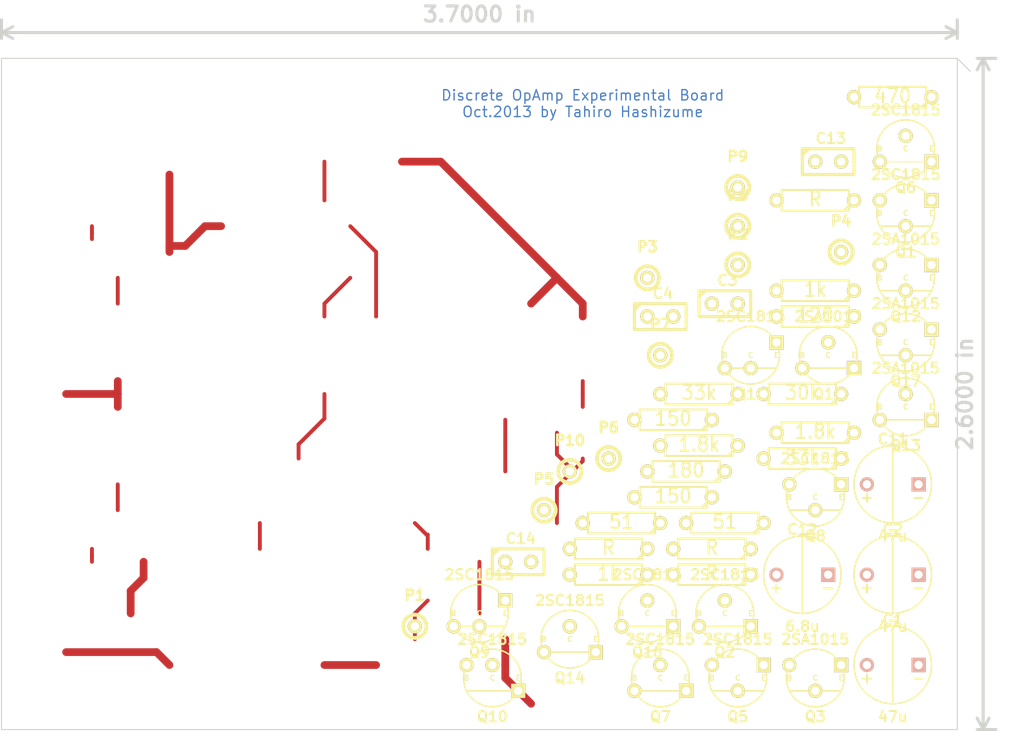
<source format=kicad_pcb>
(kicad_pcb (version 3) (host pcbnew "(2013-07-07 BZR 4022)-stable")

  (general
    (links 78)
    (no_connects 78)
    (area 110.49 52.07 207.01 119.38)
    (thickness 1.6)
    (drawings 8)
    (tracks 55)
    (zones 0)
    (modules 52)
    (nets 33)
  )

  (page A3)
  (layers
    (15 F.Cu power hide)
    (0 B.Cu signal)
    (16 B.Adhes user)
    (17 F.Adhes user)
    (18 B.Paste user)
    (19 F.Paste user)
    (20 B.SilkS user)
    (21 F.SilkS user)
    (22 B.Mask user)
    (23 F.Mask user)
    (24 Dwgs.User user)
    (25 Cmts.User user)
    (26 Eco1.User user)
    (27 Eco2.User user)
    (28 Edge.Cuts user)
  )

  (setup
    (last_trace_width 0.381)
    (trace_clearance 0.508)
    (zone_clearance 0.508)
    (zone_45_only no)
    (trace_min 0.254)
    (segment_width 0.2)
    (edge_width 0.1)
    (via_size 0.508)
    (via_drill 0.254)
    (via_min_size 0.381)
    (via_min_drill 0.254)
    (uvia_size 0.254)
    (uvia_drill 0.127)
    (uvias_allowed no)
    (uvia_min_size 0.254)
    (uvia_min_drill 0.127)
    (pcb_text_width 0.3)
    (pcb_text_size 1.5 1.5)
    (mod_edge_width 0.15)
    (mod_text_size 1 1)
    (mod_text_width 0.15)
    (pad_size 1.143 1.143)
    (pad_drill 0.762)
    (pad_to_mask_clearance 0)
    (aux_axis_origin 71.12 78.74)
    (visible_elements 7FFFFFFF)
    (pcbplotparams
      (layerselection 3178497)
      (usegerberextensions true)
      (excludeedgelayer true)
      (linewidth 0.150000)
      (plotframeref false)
      (viasonmask false)
      (mode 1)
      (useauxorigin false)
      (hpglpennumber 1)
      (hpglpenspeed 20)
      (hpglpendiameter 15)
      (hpglpenoverlay 2)
      (psnegative false)
      (psa4output false)
      (plotreference true)
      (plotvalue true)
      (plotothertext true)
      (plotinvisibletext false)
      (padsonsilk false)
      (subtractmaskfromsilk false)
      (outputformat 1)
      (mirror false)
      (drillshape 1)
      (scaleselection 1)
      (outputdirectory ""))
  )

  (net 0 "")
  (net 1 GND)
  (net 2 N-0000010)
  (net 3 N-0000011)
  (net 4 N-0000013)
  (net 5 N-0000014)
  (net 6 N-0000015)
  (net 7 N-0000017)
  (net 8 N-0000018)
  (net 9 N-0000019)
  (net 10 N-0000020)
  (net 11 N-0000021)
  (net 12 N-0000022)
  (net 13 N-0000024)
  (net 14 N-0000025)
  (net 15 N-0000026)
  (net 16 N-0000027)
  (net 17 N-0000028)
  (net 18 N-0000029)
  (net 19 N-000003)
  (net 20 N-0000030)
  (net 21 N-0000031)
  (net 22 N-0000032)
  (net 23 N-000006)
  (net 24 NEG)
  (net 25 NFB)
  (net 26 OUT)
  (net 27 OUT_BH)
  (net 28 OUT_BL)
  (net 29 POS)
  (net 30 SIG)
  (net 31 V+)
  (net 32 V-)

  (net_class Default "これは標準のネット クラスです。"
    (clearance 0.508)
    (trace_width 0.381)
    (via_dia 0.508)
    (via_drill 0.254)
    (uvia_dia 0.254)
    (uvia_drill 0.127)
    (add_net "")
    (add_net GND)
    (add_net N-0000010)
    (add_net N-0000011)
    (add_net N-0000013)
    (add_net N-0000014)
    (add_net N-0000015)
    (add_net N-0000017)
    (add_net N-0000018)
    (add_net N-0000019)
    (add_net N-0000020)
    (add_net N-0000021)
    (add_net N-0000022)
    (add_net N-0000024)
    (add_net N-0000025)
    (add_net N-0000026)
    (add_net N-0000027)
    (add_net N-0000028)
    (add_net N-0000029)
    (add_net N-000003)
    (add_net N-0000030)
    (add_net N-0000031)
    (add_net N-0000032)
    (add_net N-000006)
    (add_net NEG)
    (add_net NFB)
    (add_net OUT)
    (add_net OUT_BH)
    (add_net OUT_BL)
    (add_net POS)
    (add_net SIG)
    (add_net V+)
    (add_net V-)
  )

  (net_class PWR ""
    (clearance 0.508)
    (trace_width 0.762)
    (via_dia 0.889)
    (via_drill 0.635)
    (uvia_dia 0.508)
    (uvia_drill 0.381)
  )

  (module TO92-ECB6   placed (layer F.Cu) (tedit 526C5E75) (tstamp 5309AAF1)
    (at 160.02 114.3)
    (descr "Transistor TO92-ECB brochage type 2SC1815")
    (tags "TR TO92-ECB6")
    (path /525B6244)
    (fp_text reference Q10 (at 0 3.81) (layer F.SilkS)
      (effects (font (size 1.016 1.016) (thickness 0.2032)))
    )
    (fp_text value 2SC1815 (at 0 -3.81) (layer F.SilkS)
      (effects (font (size 1.016 1.016) (thickness 0.2032)))
    )
    (fp_line (start -2.54 1.27) (end 2.54 1.27) (layer F.SilkS) (width 0.15))
    (fp_circle (center 0 0) (end 2.54 -1.27) (layer F.SilkS) (width 0.15))
    (fp_text user B (at -2.54 0) (layer F.SilkS)
      (effects (font (size 0.508 0.508) (thickness 0.1016)))
    )
    (fp_text user C (at 0 0) (layer F.SilkS)
      (effects (font (size 0.508 0.508) (thickness 0.1016)))
    )
    (fp_text user E (at 2.54 0) (layer F.SilkS)
      (effects (font (size 0.508 0.508) (thickness 0.1016)))
    )
    (pad 1 thru_hole rect (at 2.54 1.27) (size 1.397 1.397) (drill 0.8128)
      (layers *.Cu *.Mask F.SilkS)
      (net 22 N-0000032)
    )
    (pad 2 thru_hole circle (at 0 -1.27) (size 1.397 1.397) (drill 0.8128)
      (layers *.Cu *.Mask F.SilkS)
      (net 21 N-0000031)
    )
    (pad 3 thru_hole circle (at -2.54 -1.27) (size 1.397 1.397) (drill 0.8128)
      (layers *.Cu *.Mask F.SilkS)
      (net 21 N-0000031)
    )
    (model discret/to98.wrl
      (at (xyz 0 0 0))
      (scale (xyz 1 1 1))
      (rotate (xyz 0 0 0))
    )
  )

  (module TO92-ECB5   placed (layer F.Cu) (tedit 526C5E38) (tstamp 5309AAFD)
    (at 185.42 82.55)
    (descr "Transistor TO92-ECB brochage type 2SC1815")
    (tags "TR TO92-ECB5")
    (path /525B6285)
    (fp_text reference Q11 (at 0 3.81) (layer F.SilkS)
      (effects (font (size 1.016 1.016) (thickness 0.2032)))
    )
    (fp_text value 2SC1815 (at 0 -3.81) (layer F.SilkS)
      (effects (font (size 1.016 1.016) (thickness 0.2032)))
    )
    (fp_line (start -2.54 1.27) (end 2.54 1.27) (layer F.SilkS) (width 0.15))
    (fp_circle (center 0 0) (end 2.54 -1.27) (layer F.SilkS) (width 0.15))
    (fp_text user B (at -2.54 0) (layer F.SilkS)
      (effects (font (size 0.508 0.508) (thickness 0.1016)))
    )
    (fp_text user C (at 0 0) (layer F.SilkS)
      (effects (font (size 0.508 0.508) (thickness 0.1016)))
    )
    (fp_text user E (at 2.54 0) (layer F.SilkS)
      (effects (font (size 0.508 0.508) (thickness 0.1016)))
    )
    (pad 1 thru_hole rect (at 2.54 -1.27) (size 1.397 1.397) (drill 0.8128)
      (layers *.Cu *.Mask F.SilkS)
      (net 18 N-0000029)
    )
    (pad 2 thru_hole circle (at 0 1.27) (size 1.397 1.397) (drill 0.8128)
      (layers *.Cu *.Mask F.SilkS)
      (net 22 N-0000032)
    )
    (pad 3 thru_hole circle (at -2.54 1.27) (size 1.397 1.397) (drill 0.8128)
      (layers *.Cu *.Mask F.SilkS)
      (net 22 N-0000032)
    )
    (model discret/to98.wrl
      (at (xyz 0 0 0))
      (scale (xyz 1 1 1))
      (rotate (xyz 0 0 0))
    )
  )

  (module TO92-ECB5   placed (layer F.Cu) (tedit 526C5E38) (tstamp 5309AB09)
    (at 158.75 107.95)
    (descr "Transistor TO92-ECB brochage type 2SC1815")
    (tags "TR TO92-ECB5")
    (path /525B616B)
    (fp_text reference Q9 (at 0 3.81) (layer F.SilkS)
      (effects (font (size 1.016 1.016) (thickness 0.2032)))
    )
    (fp_text value 2SC1815 (at 0 -3.81) (layer F.SilkS)
      (effects (font (size 1.016 1.016) (thickness 0.2032)))
    )
    (fp_line (start -2.54 1.27) (end 2.54 1.27) (layer F.SilkS) (width 0.15))
    (fp_circle (center 0 0) (end 2.54 -1.27) (layer F.SilkS) (width 0.15))
    (fp_text user B (at -2.54 0) (layer F.SilkS)
      (effects (font (size 0.508 0.508) (thickness 0.1016)))
    )
    (fp_text user C (at 0 0) (layer F.SilkS)
      (effects (font (size 0.508 0.508) (thickness 0.1016)))
    )
    (fp_text user E (at 2.54 0) (layer F.SilkS)
      (effects (font (size 0.508 0.508) (thickness 0.1016)))
    )
    (pad 1 thru_hole rect (at 2.54 -1.27) (size 1.397 1.397) (drill 0.8128)
      (layers *.Cu *.Mask F.SilkS)
      (net 21 N-0000031)
    )
    (pad 2 thru_hole circle (at 0 1.27) (size 1.397 1.397) (drill 0.8128)
      (layers *.Cu *.Mask F.SilkS)
      (net 31 V+)
    )
    (pad 3 thru_hole circle (at -2.54 1.27) (size 1.397 1.397) (drill 0.8128)
      (layers *.Cu *.Mask F.SilkS)
      (net 31 V+)
    )
    (model discret/to98.wrl
      (at (xyz 0 0 0))
      (scale (xyz 1 1 1))
      (rotate (xyz 0 0 0))
    )
  )

  (module TO92-ECB3   placed (layer F.Cu) (tedit 5261F3A5) (tstamp 5309AB15)
    (at 191.77 96.52)
    (descr "Transistor TO92-ECB brochage type 2SC1815")
    (tags "TR TO92-ECB3")
    (path /525B5751)
    (fp_text reference Q8 (at 0 3.81) (layer F.SilkS)
      (effects (font (size 1.016 1.016) (thickness 0.2032)))
    )
    (fp_text value 2SC1815 (at 0 -3.81) (layer F.SilkS)
      (effects (font (size 1.016 1.016) (thickness 0.2032)))
    )
    (fp_line (start -2.54 1.27) (end 2.54 1.27) (layer F.SilkS) (width 0.15))
    (fp_circle (center 0 0) (end 2.54 -1.27) (layer F.SilkS) (width 0.15))
    (fp_text user B (at -2.54 0) (layer F.SilkS)
      (effects (font (size 0.508 0.508) (thickness 0.1016)))
    )
    (fp_text user C (at 0 0) (layer F.SilkS)
      (effects (font (size 0.508 0.508) (thickness 0.1016)))
    )
    (fp_text user E (at 2.54 0) (layer F.SilkS)
      (effects (font (size 0.508 0.508) (thickness 0.1016)))
    )
    (pad 1 thru_hole rect (at 2.54 -1.27) (size 1.397 1.397) (drill 0.8128)
      (layers *.Cu *.Mask F.SilkS)
      (net 32 V-)
    )
    (pad 2 thru_hole circle (at 0 1.27) (size 1.397 1.397) (drill 0.8128)
      (layers *.Cu *.Mask F.SilkS)
      (net 12 N-0000022)
    )
    (pad 3 thru_hole circle (at -2.54 -1.27) (size 1.397 1.397) (drill 0.8128)
      (layers *.Cu *.Mask F.SilkS)
      (net 17 N-0000028)
    )
    (model discret/to98.wrl
      (at (xyz 0 0 0))
      (scale (xyz 1 1 1))
      (rotate (xyz 0 0 0))
    )
  )

  (module TO92-ECB3   placed (layer F.Cu) (tedit 5261F3A5) (tstamp 5309AB21)
    (at 200.66 68.58)
    (descr "Transistor TO92-ECB brochage type 2SC1815")
    (tags "TR TO92-ECB3")
    (path /5309A18F)
    (fp_text reference Q1 (at 0 3.81) (layer F.SilkS)
      (effects (font (size 1.016 1.016) (thickness 0.2032)))
    )
    (fp_text value 2SC1815 (at 0 -3.81) (layer F.SilkS)
      (effects (font (size 1.016 1.016) (thickness 0.2032)))
    )
    (fp_line (start -2.54 1.27) (end 2.54 1.27) (layer F.SilkS) (width 0.15))
    (fp_circle (center 0 0) (end 2.54 -1.27) (layer F.SilkS) (width 0.15))
    (fp_text user B (at -2.54 0) (layer F.SilkS)
      (effects (font (size 0.508 0.508) (thickness 0.1016)))
    )
    (fp_text user C (at 0 0) (layer F.SilkS)
      (effects (font (size 0.508 0.508) (thickness 0.1016)))
    )
    (fp_text user E (at 2.54 0) (layer F.SilkS)
      (effects (font (size 0.508 0.508) (thickness 0.1016)))
    )
    (pad 1 thru_hole rect (at 2.54 -1.27) (size 1.397 1.397) (drill 0.8128)
      (layers *.Cu *.Mask F.SilkS)
      (net 5 N-0000014)
    )
    (pad 2 thru_hole circle (at 0 1.27) (size 1.397 1.397) (drill 0.8128)
      (layers *.Cu *.Mask F.SilkS)
      (net 6 N-0000015)
    )
    (pad 3 thru_hole circle (at -2.54 -1.27) (size 1.397 1.397) (drill 0.8128)
      (layers *.Cu *.Mask F.SilkS)
      (net 4 N-0000013)
    )
    (model discret/to98.wrl
      (at (xyz 0 0 0))
      (scale (xyz 1 1 1))
      (rotate (xyz 0 0 0))
    )
  )

  (module TO92-ECB3   placed (layer F.Cu) (tedit 5261F3A5) (tstamp 5309AB2D)
    (at 184.15 114.3)
    (descr "Transistor TO92-ECB brochage type 2SC1815")
    (tags "TR TO92-ECB3")
    (path /525B572C)
    (fp_text reference Q5 (at 0 3.81) (layer F.SilkS)
      (effects (font (size 1.016 1.016) (thickness 0.2032)))
    )
    (fp_text value 2SC1815 (at 0 -3.81) (layer F.SilkS)
      (effects (font (size 1.016 1.016) (thickness 0.2032)))
    )
    (fp_line (start -2.54 1.27) (end 2.54 1.27) (layer F.SilkS) (width 0.15))
    (fp_circle (center 0 0) (end 2.54 -1.27) (layer F.SilkS) (width 0.15))
    (fp_text user B (at -2.54 0) (layer F.SilkS)
      (effects (font (size 0.508 0.508) (thickness 0.1016)))
    )
    (fp_text user C (at 0 0) (layer F.SilkS)
      (effects (font (size 0.508 0.508) (thickness 0.1016)))
    )
    (fp_text user E (at 2.54 0) (layer F.SilkS)
      (effects (font (size 0.508 0.508) (thickness 0.1016)))
    )
    (pad 1 thru_hole rect (at 2.54 -1.27) (size 1.397 1.397) (drill 0.8128)
      (layers *.Cu *.Mask F.SilkS)
      (net 14 N-0000025)
    )
    (pad 2 thru_hole circle (at 0 1.27) (size 1.397 1.397) (drill 0.8128)
      (layers *.Cu *.Mask F.SilkS)
      (net 16 N-0000027)
    )
    (pad 3 thru_hole circle (at -2.54 -1.27) (size 1.397 1.397) (drill 0.8128)
      (layers *.Cu *.Mask F.SilkS)
      (net 24 NEG)
    )
    (model discret/to98.wrl
      (at (xyz 0 0 0))
      (scale (xyz 1 1 1))
      (rotate (xyz 0 0 0))
    )
  )

  (module TO92-ECB3   placed (layer F.Cu) (tedit 5261F3A5) (tstamp 5309AB39)
    (at 191.77 114.3)
    (descr "Transistor TO92-ECB brochage type 2SC1815")
    (tags "TR TO92-ECB3")
    (path /5309A4F1)
    (fp_text reference Q3 (at 0 3.81) (layer F.SilkS)
      (effects (font (size 1.016 1.016) (thickness 0.2032)))
    )
    (fp_text value 2SA1015 (at 0 -3.81) (layer F.SilkS)
      (effects (font (size 1.016 1.016) (thickness 0.2032)))
    )
    (fp_line (start -2.54 1.27) (end 2.54 1.27) (layer F.SilkS) (width 0.15))
    (fp_circle (center 0 0) (end 2.54 -1.27) (layer F.SilkS) (width 0.15))
    (fp_text user B (at -2.54 0) (layer F.SilkS)
      (effects (font (size 0.508 0.508) (thickness 0.1016)))
    )
    (fp_text user C (at 0 0) (layer F.SilkS)
      (effects (font (size 0.508 0.508) (thickness 0.1016)))
    )
    (fp_text user E (at 2.54 0) (layer F.SilkS)
      (effects (font (size 0.508 0.508) (thickness 0.1016)))
    )
    (pad 1 thru_hole rect (at 2.54 -1.27) (size 1.397 1.397) (drill 0.8128)
      (layers *.Cu *.Mask F.SilkS)
      (net 28 OUT_BL)
    )
    (pad 2 thru_hole circle (at 0 1.27) (size 1.397 1.397) (drill 0.8128)
      (layers *.Cu *.Mask F.SilkS)
      (net 32 V-)
    )
    (pad 3 thru_hole circle (at -2.54 -1.27) (size 1.397 1.397) (drill 0.8128)
      (layers *.Cu *.Mask F.SilkS)
      (net 5 N-0000014)
    )
    (model discret/to98.wrl
      (at (xyz 0 0 0))
      (scale (xyz 1 1 1))
      (rotate (xyz 0 0 0))
    )
  )

  (module TO92-ECB3   placed (layer F.Cu) (tedit 5261F3A5) (tstamp 5309AB45)
    (at 200.66 74.93)
    (descr "Transistor TO92-ECB brochage type 2SC1815")
    (tags "TR TO92-ECB3")
    (path /525B5D8E)
    (fp_text reference Q12 (at 0 3.81) (layer F.SilkS)
      (effects (font (size 1.016 1.016) (thickness 0.2032)))
    )
    (fp_text value 2SA1015 (at 0 -3.81) (layer F.SilkS)
      (effects (font (size 1.016 1.016) (thickness 0.2032)))
    )
    (fp_line (start -2.54 1.27) (end 2.54 1.27) (layer F.SilkS) (width 0.15))
    (fp_circle (center 0 0) (end 2.54 -1.27) (layer F.SilkS) (width 0.15))
    (fp_text user B (at -2.54 0) (layer F.SilkS)
      (effects (font (size 0.508 0.508) (thickness 0.1016)))
    )
    (fp_text user C (at 0 0) (layer F.SilkS)
      (effects (font (size 0.508 0.508) (thickness 0.1016)))
    )
    (fp_text user E (at 2.54 0) (layer F.SilkS)
      (effects (font (size 0.508 0.508) (thickness 0.1016)))
    )
    (pad 1 thru_hole rect (at 2.54 -1.27) (size 1.397 1.397) (drill 0.8128)
      (layers *.Cu *.Mask F.SilkS)
      (net 9 N-0000019)
    )
    (pad 2 thru_hole circle (at 0 1.27) (size 1.397 1.397) (drill 0.8128)
      (layers *.Cu *.Mask F.SilkS)
      (net 11 N-0000021)
    )
    (pad 3 thru_hole circle (at -2.54 -1.27) (size 1.397 1.397) (drill 0.8128)
      (layers *.Cu *.Mask F.SilkS)
      (net 16 N-0000027)
    )
    (model discret/to98.wrl
      (at (xyz 0 0 0))
      (scale (xyz 1 1 1))
      (rotate (xyz 0 0 0))
    )
  )

  (module TO92-ECB3   placed (layer F.Cu) (tedit 5261F3A5) (tstamp 5309AB51)
    (at 200.66 81.28)
    (descr "Transistor TO92-ECB brochage type 2SC1815")
    (tags "TR TO92-ECB3")
    (path /525B5DA3)
    (fp_text reference Q17 (at 0 3.81) (layer F.SilkS)
      (effects (font (size 1.016 1.016) (thickness 0.2032)))
    )
    (fp_text value 2SA1015 (at 0 -3.81) (layer F.SilkS)
      (effects (font (size 1.016 1.016) (thickness 0.2032)))
    )
    (fp_line (start -2.54 1.27) (end 2.54 1.27) (layer F.SilkS) (width 0.15))
    (fp_circle (center 0 0) (end 2.54 -1.27) (layer F.SilkS) (width 0.15))
    (fp_text user B (at -2.54 0) (layer F.SilkS)
      (effects (font (size 0.508 0.508) (thickness 0.1016)))
    )
    (fp_text user C (at 0 0) (layer F.SilkS)
      (effects (font (size 0.508 0.508) (thickness 0.1016)))
    )
    (fp_text user E (at 2.54 0) (layer F.SilkS)
      (effects (font (size 0.508 0.508) (thickness 0.1016)))
    )
    (pad 1 thru_hole rect (at 2.54 -1.27) (size 1.397 1.397) (drill 0.8128)
      (layers *.Cu *.Mask F.SilkS)
      (net 9 N-0000019)
    )
    (pad 2 thru_hole circle (at 0 1.27) (size 1.397 1.397) (drill 0.8128)
      (layers *.Cu *.Mask F.SilkS)
      (net 10 N-0000020)
    )
    (pad 3 thru_hole circle (at -2.54 -1.27) (size 1.397 1.397) (drill 0.8128)
      (layers *.Cu *.Mask F.SilkS)
      (net 8 N-0000018)
    )
    (model discret/to98.wrl
      (at (xyz 0 0 0))
      (scale (xyz 1 1 1))
      (rotate (xyz 0 0 0))
    )
  )

  (module TO92-ECB2   placed (layer F.Cu) (tedit 5261E9FB) (tstamp 5309AB5D)
    (at 167.64 110.49)
    (descr "Transistor TO92-ECB brochage type 2SC1815")
    (tags "TR TO92-ECB2")
    (path /525B669C)
    (fp_text reference Q14 (at 0 3.81) (layer F.SilkS)
      (effects (font (size 1.016 1.016) (thickness 0.2032)))
    )
    (fp_text value 2SC1815 (at 0 -3.81) (layer F.SilkS)
      (effects (font (size 1.016 1.016) (thickness 0.2032)))
    )
    (fp_line (start -2.54 1.27) (end 2.54 1.27) (layer F.SilkS) (width 0.15))
    (fp_circle (center 0 0) (end 2.54 -1.27) (layer F.SilkS) (width 0.15))
    (fp_text user B (at -2.54 0) (layer F.SilkS)
      (effects (font (size 0.508 0.508) (thickness 0.1016)))
    )
    (fp_text user C (at 0 0) (layer F.SilkS)
      (effects (font (size 0.508 0.508) (thickness 0.1016)))
    )
    (fp_text user E (at 2.54 0) (layer F.SilkS)
      (effects (font (size 0.508 0.508) (thickness 0.1016)))
    )
    (pad 1 thru_hole rect (at 2.54 1.27) (size 1.397 1.397) (drill 0.8128)
      (layers *.Cu *.Mask F.SilkS)
      (net 3 N-0000011)
    )
    (pad 2 thru_hole circle (at 0 -1.27) (size 1.397 1.397) (drill 0.8128)
      (layers *.Cu *.Mask F.SilkS)
      (net 20 N-0000030)
    )
    (pad 3 thru_hole circle (at -2.54 1.27) (size 1.397 1.397) (drill 0.8128)
      (layers *.Cu *.Mask F.SilkS)
      (net 20 N-0000030)
    )
    (model discret/to98.wrl
      (at (xyz 0 0 0))
      (scale (xyz 1 1 1))
      (rotate (xyz 0 0 0))
    )
  )

  (module TO92-ECB2   placed (layer F.Cu) (tedit 5261E9FB) (tstamp 5309AB69)
    (at 175.26 107.95)
    (descr "Transistor TO92-ECB brochage type 2SC1815")
    (tags "TR TO92-ECB2")
    (path /525B6696)
    (fp_text reference Q16 (at 0 3.81) (layer F.SilkS)
      (effects (font (size 1.016 1.016) (thickness 0.2032)))
    )
    (fp_text value 2SC1815 (at 0 -3.81) (layer F.SilkS)
      (effects (font (size 1.016 1.016) (thickness 0.2032)))
    )
    (fp_line (start -2.54 1.27) (end 2.54 1.27) (layer F.SilkS) (width 0.15))
    (fp_circle (center 0 0) (end 2.54 -1.27) (layer F.SilkS) (width 0.15))
    (fp_text user B (at -2.54 0) (layer F.SilkS)
      (effects (font (size 0.508 0.508) (thickness 0.1016)))
    )
    (fp_text user C (at 0 0) (layer F.SilkS)
      (effects (font (size 0.508 0.508) (thickness 0.1016)))
    )
    (fp_text user E (at 2.54 0) (layer F.SilkS)
      (effects (font (size 0.508 0.508) (thickness 0.1016)))
    )
    (pad 1 thru_hole rect (at 2.54 1.27) (size 1.397 1.397) (drill 0.8128)
      (layers *.Cu *.Mask F.SilkS)
      (net 2 N-0000010)
    )
    (pad 2 thru_hole circle (at 0 -1.27) (size 1.397 1.397) (drill 0.8128)
      (layers *.Cu *.Mask F.SilkS)
      (net 5 N-0000014)
    )
    (pad 3 thru_hole circle (at -2.54 1.27) (size 1.397 1.397) (drill 0.8128)
      (layers *.Cu *.Mask F.SilkS)
      (net 20 N-0000030)
    )
    (model discret/to98.wrl
      (at (xyz 0 0 0))
      (scale (xyz 1 1 1))
      (rotate (xyz 0 0 0))
    )
  )

  (module TO92-ECB2   placed (layer F.Cu) (tedit 5261E9FB) (tstamp 5309AB75)
    (at 200.66 87.63)
    (descr "Transistor TO92-ECB brochage type 2SC1815")
    (tags "TR TO92-ECB2")
    (path /525B5FB9)
    (fp_text reference Q13 (at 0 3.81) (layer F.SilkS)
      (effects (font (size 1.016 1.016) (thickness 0.2032)))
    )
    (fp_text value 2SA1015 (at 0 -3.81) (layer F.SilkS)
      (effects (font (size 1.016 1.016) (thickness 0.2032)))
    )
    (fp_line (start -2.54 1.27) (end 2.54 1.27) (layer F.SilkS) (width 0.15))
    (fp_circle (center 0 0) (end 2.54 -1.27) (layer F.SilkS) (width 0.15))
    (fp_text user B (at -2.54 0) (layer F.SilkS)
      (effects (font (size 0.508 0.508) (thickness 0.1016)))
    )
    (fp_text user C (at 0 0) (layer F.SilkS)
      (effects (font (size 0.508 0.508) (thickness 0.1016)))
    )
    (fp_text user E (at 2.54 0) (layer F.SilkS)
      (effects (font (size 0.508 0.508) (thickness 0.1016)))
    )
    (pad 1 thru_hole rect (at 2.54 1.27) (size 1.397 1.397) (drill 0.8128)
      (layers *.Cu *.Mask F.SilkS)
      (net 11 N-0000021)
    )
    (pad 2 thru_hole circle (at 0 -1.27) (size 1.397 1.397) (drill 0.8128)
      (layers *.Cu *.Mask F.SilkS)
      (net 20 N-0000030)
    )
    (pad 3 thru_hole circle (at -2.54 1.27) (size 1.397 1.397) (drill 0.8128)
      (layers *.Cu *.Mask F.SilkS)
      (net 22 N-0000032)
    )
    (model discret/to98.wrl
      (at (xyz 0 0 0))
      (scale (xyz 1 1 1))
      (rotate (xyz 0 0 0))
    )
  )

  (module TO92-ECB2   placed (layer F.Cu) (tedit 5261E9FB) (tstamp 5309AB81)
    (at 193.04 82.55)
    (descr "Transistor TO92-ECB brochage type 2SC1815")
    (tags "TR TO92-ECB2")
    (path /525B5FB3)
    (fp_text reference Q15 (at 0 3.81) (layer F.SilkS)
      (effects (font (size 1.016 1.016) (thickness 0.2032)))
    )
    (fp_text value 2SA1015 (at 0 -3.81) (layer F.SilkS)
      (effects (font (size 1.016 1.016) (thickness 0.2032)))
    )
    (fp_line (start -2.54 1.27) (end 2.54 1.27) (layer F.SilkS) (width 0.15))
    (fp_circle (center 0 0) (end 2.54 -1.27) (layer F.SilkS) (width 0.15))
    (fp_text user B (at -2.54 0) (layer F.SilkS)
      (effects (font (size 0.508 0.508) (thickness 0.1016)))
    )
    (fp_text user C (at 0 0) (layer F.SilkS)
      (effects (font (size 0.508 0.508) (thickness 0.1016)))
    )
    (fp_text user E (at 2.54 0) (layer F.SilkS)
      (effects (font (size 0.508 0.508) (thickness 0.1016)))
    )
    (pad 1 thru_hole rect (at 2.54 1.27) (size 1.397 1.397) (drill 0.8128)
      (layers *.Cu *.Mask F.SilkS)
      (net 10 N-0000020)
    )
    (pad 2 thru_hole circle (at 0 -1.27) (size 1.397 1.397) (drill 0.8128)
      (layers *.Cu *.Mask F.SilkS)
      (net 6 N-0000015)
    )
    (pad 3 thru_hole circle (at -2.54 1.27) (size 1.397 1.397) (drill 0.8128)
      (layers *.Cu *.Mask F.SilkS)
      (net 22 N-0000032)
    )
    (model discret/to98.wrl
      (at (xyz 0 0 0))
      (scale (xyz 1 1 1))
      (rotate (xyz 0 0 0))
    )
  )

  (module TO92-ECB2   placed (layer F.Cu) (tedit 5261E9FB) (tstamp 5309AB8D)
    (at 182.88 107.95)
    (descr "Transistor TO92-ECB brochage type 2SC1815")
    (tags "TR TO92-ECB2")
    (path /5309A4F7)
    (fp_text reference Q2 (at 0 3.81) (layer F.SilkS)
      (effects (font (size 1.016 1.016) (thickness 0.2032)))
    )
    (fp_text value 2SC1815 (at 0 -3.81) (layer F.SilkS)
      (effects (font (size 1.016 1.016) (thickness 0.2032)))
    )
    (fp_line (start -2.54 1.27) (end 2.54 1.27) (layer F.SilkS) (width 0.15))
    (fp_circle (center 0 0) (end 2.54 -1.27) (layer F.SilkS) (width 0.15))
    (fp_text user B (at -2.54 0) (layer F.SilkS)
      (effects (font (size 0.508 0.508) (thickness 0.1016)))
    )
    (fp_text user C (at 0 0) (layer F.SilkS)
      (effects (font (size 0.508 0.508) (thickness 0.1016)))
    )
    (fp_text user E (at 2.54 0) (layer F.SilkS)
      (effects (font (size 0.508 0.508) (thickness 0.1016)))
    )
    (pad 1 thru_hole rect (at 2.54 1.27) (size 1.397 1.397) (drill 0.8128)
      (layers *.Cu *.Mask F.SilkS)
      (net 27 OUT_BH)
    )
    (pad 2 thru_hole circle (at 0 -1.27) (size 1.397 1.397) (drill 0.8128)
      (layers *.Cu *.Mask F.SilkS)
      (net 31 V+)
    )
    (pad 3 thru_hole circle (at -2.54 1.27) (size 1.397 1.397) (drill 0.8128)
      (layers *.Cu *.Mask F.SilkS)
      (net 6 N-0000015)
    )
    (model discret/to98.wrl
      (at (xyz 0 0 0))
      (scale (xyz 1 1 1))
      (rotate (xyz 0 0 0))
    )
  )

  (module TO92-ECB2   placed (layer F.Cu) (tedit 5261E9FB) (tstamp 5309AB99)
    (at 200.66 62.23)
    (descr "Transistor TO92-ECB brochage type 2SC1815")
    (tags "TR TO92-ECB2")
    (path /525B5760)
    (fp_text reference Q6 (at 0 3.81) (layer F.SilkS)
      (effects (font (size 1.016 1.016) (thickness 0.2032)))
    )
    (fp_text value 2SC1815 (at 0 -3.81) (layer F.SilkS)
      (effects (font (size 1.016 1.016) (thickness 0.2032)))
    )
    (fp_line (start -2.54 1.27) (end 2.54 1.27) (layer F.SilkS) (width 0.15))
    (fp_circle (center 0 0) (end 2.54 -1.27) (layer F.SilkS) (width 0.15))
    (fp_text user B (at -2.54 0) (layer F.SilkS)
      (effects (font (size 0.508 0.508) (thickness 0.1016)))
    )
    (fp_text user C (at 0 0) (layer F.SilkS)
      (effects (font (size 0.508 0.508) (thickness 0.1016)))
    )
    (fp_text user E (at 2.54 0) (layer F.SilkS)
      (effects (font (size 0.508 0.508) (thickness 0.1016)))
    )
    (pad 1 thru_hole rect (at 2.54 1.27) (size 1.397 1.397) (drill 0.8128)
      (layers *.Cu *.Mask F.SilkS)
      (net 17 N-0000028)
    )
    (pad 2 thru_hole circle (at 0 -1.27) (size 1.397 1.397) (drill 0.8128)
      (layers *.Cu *.Mask F.SilkS)
      (net 13 N-0000024)
    )
    (pad 3 thru_hole circle (at -2.54 1.27) (size 1.397 1.397) (drill 0.8128)
      (layers *.Cu *.Mask F.SilkS)
      (net 12 N-0000022)
    )
    (model discret/to98.wrl
      (at (xyz 0 0 0))
      (scale (xyz 1 1 1))
      (rotate (xyz 0 0 0))
    )
  )

  (module TO92-ECB2   placed (layer F.Cu) (tedit 5261E9FB) (tstamp 5309ABA5)
    (at 176.53 114.3)
    (descr "Transistor TO92-ECB brochage type 2SC1815")
    (tags "TR TO92-ECB2")
    (path /525B573B)
    (fp_text reference Q7 (at 0 3.81) (layer F.SilkS)
      (effects (font (size 1.016 1.016) (thickness 0.2032)))
    )
    (fp_text value 2SC1815 (at 0 -3.81) (layer F.SilkS)
      (effects (font (size 1.016 1.016) (thickness 0.2032)))
    )
    (fp_line (start -2.54 1.27) (end 2.54 1.27) (layer F.SilkS) (width 0.15))
    (fp_circle (center 0 0) (end 2.54 -1.27) (layer F.SilkS) (width 0.15))
    (fp_text user B (at -2.54 0) (layer F.SilkS)
      (effects (font (size 0.508 0.508) (thickness 0.1016)))
    )
    (fp_text user C (at 0 0) (layer F.SilkS)
      (effects (font (size 0.508 0.508) (thickness 0.1016)))
    )
    (fp_text user E (at 2.54 0) (layer F.SilkS)
      (effects (font (size 0.508 0.508) (thickness 0.1016)))
    )
    (pad 1 thru_hole rect (at 2.54 1.27) (size 1.397 1.397) (drill 0.8128)
      (layers *.Cu *.Mask F.SilkS)
      (net 15 N-0000026)
    )
    (pad 2 thru_hole circle (at 0 -1.27) (size 1.397 1.397) (drill 0.8128)
      (layers *.Cu *.Mask F.SilkS)
      (net 8 N-0000018)
    )
    (pad 3 thru_hole circle (at -2.54 1.27) (size 1.397 1.397) (drill 0.8128)
      (layers *.Cu *.Mask F.SilkS)
      (net 29 POS)
    )
    (model discret/to98.wrl
      (at (xyz 0 0 0))
      (scale (xyz 1 1 1))
      (rotate (xyz 0 0 0))
    )
  )

  (module R3   placed (layer F.Cu) (tedit 4E4C0E65) (tstamp 5309ABB3)
    (at 190.5 92.71 180)
    (descr "Resitance 3 pas")
    (tags R)
    (path /525B7965)
    (autoplace_cost180 10)
    (fp_text reference R7 (at 0 0.127 180) (layer F.SilkS) hide
      (effects (font (size 1.397 1.27) (thickness 0.2032)))
    )
    (fp_text value 33k (at 0 0.127 180) (layer F.SilkS)
      (effects (font (size 1.397 1.27) (thickness 0.2032)))
    )
    (fp_line (start -3.81 0) (end -3.302 0) (layer F.SilkS) (width 0.2032))
    (fp_line (start 3.81 0) (end 3.302 0) (layer F.SilkS) (width 0.2032))
    (fp_line (start 3.302 0) (end 3.302 -1.016) (layer F.SilkS) (width 0.2032))
    (fp_line (start 3.302 -1.016) (end -3.302 -1.016) (layer F.SilkS) (width 0.2032))
    (fp_line (start -3.302 -1.016) (end -3.302 1.016) (layer F.SilkS) (width 0.2032))
    (fp_line (start -3.302 1.016) (end 3.302 1.016) (layer F.SilkS) (width 0.2032))
    (fp_line (start 3.302 1.016) (end 3.302 0) (layer F.SilkS) (width 0.2032))
    (fp_line (start -3.302 -0.508) (end -2.794 -1.016) (layer F.SilkS) (width 0.2032))
    (pad 1 thru_hole circle (at -3.81 0 180) (size 1.397 1.397) (drill 0.8128)
      (layers *.Cu *.Mask F.SilkS)
      (net 29 POS)
    )
    (pad 2 thru_hole circle (at 3.81 0 180) (size 1.397 1.397) (drill 0.8128)
      (layers *.Cu *.Mask F.SilkS)
      (net 1 GND)
    )
    (model discret/resistor.wrl
      (at (xyz 0 0 0))
      (scale (xyz 0.3 0.3 0.3))
      (rotate (xyz 0 0 0))
    )
  )

  (module R3   placed (layer F.Cu) (tedit 4E4C0E65) (tstamp 5309ABC1)
    (at 181.61 104.14 180)
    (descr "Resitance 3 pas")
    (tags R)
    (path /5309A793)
    (autoplace_cost180 10)
    (fp_text reference R4 (at 0 0.127 180) (layer F.SilkS) hide
      (effects (font (size 1.397 1.27) (thickness 0.2032)))
    )
    (fp_text value R (at 0 0.127 180) (layer F.SilkS)
      (effects (font (size 1.397 1.27) (thickness 0.2032)))
    )
    (fp_line (start -3.81 0) (end -3.302 0) (layer F.SilkS) (width 0.2032))
    (fp_line (start 3.81 0) (end 3.302 0) (layer F.SilkS) (width 0.2032))
    (fp_line (start 3.302 0) (end 3.302 -1.016) (layer F.SilkS) (width 0.2032))
    (fp_line (start 3.302 -1.016) (end -3.302 -1.016) (layer F.SilkS) (width 0.2032))
    (fp_line (start -3.302 -1.016) (end -3.302 1.016) (layer F.SilkS) (width 0.2032))
    (fp_line (start -3.302 1.016) (end 3.302 1.016) (layer F.SilkS) (width 0.2032))
    (fp_line (start 3.302 1.016) (end 3.302 0) (layer F.SilkS) (width 0.2032))
    (fp_line (start -3.302 -0.508) (end -2.794 -1.016) (layer F.SilkS) (width 0.2032))
    (pad 1 thru_hole circle (at -3.81 0 180) (size 1.397 1.397) (drill 0.8128)
      (layers *.Cu *.Mask F.SilkS)
      (net 26 OUT)
    )
    (pad 2 thru_hole circle (at 3.81 0 180) (size 1.397 1.397) (drill 0.8128)
      (layers *.Cu *.Mask F.SilkS)
      (net 28 OUT_BL)
    )
    (model discret/resistor.wrl
      (at (xyz 0 0 0))
      (scale (xyz 0.3 0.3 0.3))
      (rotate (xyz 0 0 0))
    )
  )

  (module R3   placed (layer F.Cu) (tedit 4E4C0E65) (tstamp 5309ABCF)
    (at 181.61 101.6 180)
    (descr "Resitance 3 pas")
    (tags R)
    (path /5309A799)
    (autoplace_cost180 10)
    (fp_text reference R3 (at 0 0.127 180) (layer F.SilkS) hide
      (effects (font (size 1.397 1.27) (thickness 0.2032)))
    )
    (fp_text value R (at 0 0.127 180) (layer F.SilkS)
      (effects (font (size 1.397 1.27) (thickness 0.2032)))
    )
    (fp_line (start -3.81 0) (end -3.302 0) (layer F.SilkS) (width 0.2032))
    (fp_line (start 3.81 0) (end 3.302 0) (layer F.SilkS) (width 0.2032))
    (fp_line (start 3.302 0) (end 3.302 -1.016) (layer F.SilkS) (width 0.2032))
    (fp_line (start 3.302 -1.016) (end -3.302 -1.016) (layer F.SilkS) (width 0.2032))
    (fp_line (start -3.302 -1.016) (end -3.302 1.016) (layer F.SilkS) (width 0.2032))
    (fp_line (start -3.302 1.016) (end 3.302 1.016) (layer F.SilkS) (width 0.2032))
    (fp_line (start 3.302 1.016) (end 3.302 0) (layer F.SilkS) (width 0.2032))
    (fp_line (start -3.302 -0.508) (end -2.794 -1.016) (layer F.SilkS) (width 0.2032))
    (pad 1 thru_hole circle (at -3.81 0 180) (size 1.397 1.397) (drill 0.8128)
      (layers *.Cu *.Mask F.SilkS)
      (net 26 OUT)
    )
    (pad 2 thru_hole circle (at 3.81 0 180) (size 1.397 1.397) (drill 0.8128)
      (layers *.Cu *.Mask F.SilkS)
      (net 27 OUT_BH)
    )
    (model discret/resistor.wrl
      (at (xyz 0 0 0))
      (scale (xyz 0.3 0.3 0.3))
      (rotate (xyz 0 0 0))
    )
  )

  (module R3   placed (layer F.Cu) (tedit 4E4C0E65) (tstamp 5309ABDD)
    (at 177.8 96.52 180)
    (descr "Resitance 3 pas")
    (tags R)
    (path /525B997C)
    (autoplace_cost180 10)
    (fp_text reference R18 (at 0 0.127 180) (layer F.SilkS) hide
      (effects (font (size 1.397 1.27) (thickness 0.2032)))
    )
    (fp_text value 150 (at 0 0.127 180) (layer F.SilkS)
      (effects (font (size 1.397 1.27) (thickness 0.2032)))
    )
    (fp_line (start -3.81 0) (end -3.302 0) (layer F.SilkS) (width 0.2032))
    (fp_line (start 3.81 0) (end 3.302 0) (layer F.SilkS) (width 0.2032))
    (fp_line (start 3.302 0) (end 3.302 -1.016) (layer F.SilkS) (width 0.2032))
    (fp_line (start 3.302 -1.016) (end -3.302 -1.016) (layer F.SilkS) (width 0.2032))
    (fp_line (start -3.302 -1.016) (end -3.302 1.016) (layer F.SilkS) (width 0.2032))
    (fp_line (start -3.302 1.016) (end 3.302 1.016) (layer F.SilkS) (width 0.2032))
    (fp_line (start 3.302 1.016) (end 3.302 0) (layer F.SilkS) (width 0.2032))
    (fp_line (start -3.302 -0.508) (end -2.794 -1.016) (layer F.SilkS) (width 0.2032))
    (pad 1 thru_hole circle (at -3.81 0 180) (size 1.397 1.397) (drill 0.8128)
      (layers *.Cu *.Mask F.SilkS)
      (net 3 N-0000011)
    )
    (pad 2 thru_hole circle (at 3.81 0 180) (size 1.397 1.397) (drill 0.8128)
      (layers *.Cu *.Mask F.SilkS)
      (net 32 V-)
    )
    (model discret/resistor.wrl
      (at (xyz 0 0 0))
      (scale (xyz 0.3 0.3 0.3))
      (rotate (xyz 0 0 0))
    )
  )

  (module R3   placed (layer F.Cu) (tedit 4E4C0E65) (tstamp 5309ABEB)
    (at 199.39 57.15 180)
    (descr "Resitance 3 pas")
    (tags R)
    (path /525B77F2)
    (autoplace_cost180 10)
    (fp_text reference R9 (at 0 0.127 180) (layer F.SilkS) hide
      (effects (font (size 1.397 1.27) (thickness 0.2032)))
    )
    (fp_text value 470 (at 0 0.127 180) (layer F.SilkS)
      (effects (font (size 1.397 1.27) (thickness 0.2032)))
    )
    (fp_line (start -3.81 0) (end -3.302 0) (layer F.SilkS) (width 0.2032))
    (fp_line (start 3.81 0) (end 3.302 0) (layer F.SilkS) (width 0.2032))
    (fp_line (start 3.302 0) (end 3.302 -1.016) (layer F.SilkS) (width 0.2032))
    (fp_line (start 3.302 -1.016) (end -3.302 -1.016) (layer F.SilkS) (width 0.2032))
    (fp_line (start -3.302 -1.016) (end -3.302 1.016) (layer F.SilkS) (width 0.2032))
    (fp_line (start -3.302 1.016) (end 3.302 1.016) (layer F.SilkS) (width 0.2032))
    (fp_line (start 3.302 1.016) (end 3.302 0) (layer F.SilkS) (width 0.2032))
    (fp_line (start -3.302 -0.508) (end -2.794 -1.016) (layer F.SilkS) (width 0.2032))
    (pad 1 thru_hole circle (at -3.81 0 180) (size 1.397 1.397) (drill 0.8128)
      (layers *.Cu *.Mask F.SilkS)
      (net 24 NEG)
    )
    (pad 2 thru_hole circle (at 3.81 0 180) (size 1.397 1.397) (drill 0.8128)
      (layers *.Cu *.Mask F.SilkS)
      (net 23 N-000006)
    )
    (model discret/resistor.wrl
      (at (xyz 0 0 0))
      (scale (xyz 0.3 0.3 0.3))
      (rotate (xyz 0 0 0))
    )
  )

  (module R3   placed (layer F.Cu) (tedit 4E4C0E65) (tstamp 5309ABF9)
    (at 177.8 88.9 180)
    (descr "Resitance 3 pas")
    (tags R)
    (path /525B998B)
    (autoplace_cost180 10)
    (fp_text reference R20 (at 0 0.127 180) (layer F.SilkS) hide
      (effects (font (size 1.397 1.27) (thickness 0.2032)))
    )
    (fp_text value 150 (at 0 0.127 180) (layer F.SilkS)
      (effects (font (size 1.397 1.27) (thickness 0.2032)))
    )
    (fp_line (start -3.81 0) (end -3.302 0) (layer F.SilkS) (width 0.2032))
    (fp_line (start 3.81 0) (end 3.302 0) (layer F.SilkS) (width 0.2032))
    (fp_line (start 3.302 0) (end 3.302 -1.016) (layer F.SilkS) (width 0.2032))
    (fp_line (start 3.302 -1.016) (end -3.302 -1.016) (layer F.SilkS) (width 0.2032))
    (fp_line (start -3.302 -1.016) (end -3.302 1.016) (layer F.SilkS) (width 0.2032))
    (fp_line (start -3.302 1.016) (end 3.302 1.016) (layer F.SilkS) (width 0.2032))
    (fp_line (start 3.302 1.016) (end 3.302 0) (layer F.SilkS) (width 0.2032))
    (fp_line (start -3.302 -0.508) (end -2.794 -1.016) (layer F.SilkS) (width 0.2032))
    (pad 1 thru_hole circle (at -3.81 0 180) (size 1.397 1.397) (drill 0.8128)
      (layers *.Cu *.Mask F.SilkS)
      (net 2 N-0000010)
    )
    (pad 2 thru_hole circle (at 3.81 0 180) (size 1.397 1.397) (drill 0.8128)
      (layers *.Cu *.Mask F.SilkS)
      (net 32 V-)
    )
    (model discret/resistor.wrl
      (at (xyz 0 0 0))
      (scale (xyz 0.3 0.3 0.3))
      (rotate (xyz 0 0 0))
    )
  )

  (module R3   placed (layer F.Cu) (tedit 4E4C0E65) (tstamp 5309AC07)
    (at 180.34 86.36 180)
    (descr "Resitance 3 pas")
    (tags R)
    (path /525BAE15)
    (autoplace_cost180 10)
    (fp_text reference R11 (at 0 0.127 180) (layer F.SilkS) hide
      (effects (font (size 1.397 1.27) (thickness 0.2032)))
    )
    (fp_text value 33k (at 0 0.127 180) (layer F.SilkS)
      (effects (font (size 1.397 1.27) (thickness 0.2032)))
    )
    (fp_line (start -3.81 0) (end -3.302 0) (layer F.SilkS) (width 0.2032))
    (fp_line (start 3.81 0) (end 3.302 0) (layer F.SilkS) (width 0.2032))
    (fp_line (start 3.302 0) (end 3.302 -1.016) (layer F.SilkS) (width 0.2032))
    (fp_line (start 3.302 -1.016) (end -3.302 -1.016) (layer F.SilkS) (width 0.2032))
    (fp_line (start -3.302 -1.016) (end -3.302 1.016) (layer F.SilkS) (width 0.2032))
    (fp_line (start -3.302 1.016) (end 3.302 1.016) (layer F.SilkS) (width 0.2032))
    (fp_line (start 3.302 1.016) (end 3.302 0) (layer F.SilkS) (width 0.2032))
    (fp_line (start -3.302 -0.508) (end -2.794 -1.016) (layer F.SilkS) (width 0.2032))
    (pad 1 thru_hole circle (at -3.81 0 180) (size 1.397 1.397) (drill 0.8128)
      (layers *.Cu *.Mask F.SilkS)
      (net 24 NEG)
    )
    (pad 2 thru_hole circle (at 3.81 0 180) (size 1.397 1.397) (drill 0.8128)
      (layers *.Cu *.Mask F.SilkS)
      (net 25 NFB)
    )
    (model discret/resistor.wrl
      (at (xyz 0 0 0))
      (scale (xyz 0.3 0.3 0.3))
      (rotate (xyz 0 0 0))
    )
  )

  (module R3   placed (layer F.Cu) (tedit 4E4C0E65) (tstamp 5309AC15)
    (at 191.77 67.31 180)
    (descr "Resitance 3 pas")
    (tags R)
    (path /5309A1B2)
    (autoplace_cost180 10)
    (fp_text reference R2 (at 0 0.127 180) (layer F.SilkS) hide
      (effects (font (size 1.397 1.27) (thickness 0.2032)))
    )
    (fp_text value R (at 0 0.127 180) (layer F.SilkS)
      (effects (font (size 1.397 1.27) (thickness 0.2032)))
    )
    (fp_line (start -3.81 0) (end -3.302 0) (layer F.SilkS) (width 0.2032))
    (fp_line (start 3.81 0) (end 3.302 0) (layer F.SilkS) (width 0.2032))
    (fp_line (start 3.302 0) (end 3.302 -1.016) (layer F.SilkS) (width 0.2032))
    (fp_line (start 3.302 -1.016) (end -3.302 -1.016) (layer F.SilkS) (width 0.2032))
    (fp_line (start -3.302 -1.016) (end -3.302 1.016) (layer F.SilkS) (width 0.2032))
    (fp_line (start -3.302 1.016) (end 3.302 1.016) (layer F.SilkS) (width 0.2032))
    (fp_line (start 3.302 1.016) (end 3.302 0) (layer F.SilkS) (width 0.2032))
    (fp_line (start -3.302 -0.508) (end -2.794 -1.016) (layer F.SilkS) (width 0.2032))
    (pad 1 thru_hole circle (at -3.81 0 180) (size 1.397 1.397) (drill 0.8128)
      (layers *.Cu *.Mask F.SilkS)
      (net 4 N-0000013)
    )
    (pad 2 thru_hole circle (at 3.81 0 180) (size 1.397 1.397) (drill 0.8128)
      (layers *.Cu *.Mask F.SilkS)
      (net 5 N-0000014)
    )
    (model discret/resistor.wrl
      (at (xyz 0 0 0))
      (scale (xyz 0.3 0.3 0.3))
      (rotate (xyz 0 0 0))
    )
  )

  (module R3   placed (layer F.Cu) (tedit 4E4C0E65) (tstamp 5309AC23)
    (at 171.45 101.6 180)
    (descr "Resitance 3 pas")
    (tags R)
    (path /5309A1A5)
    (autoplace_cost180 10)
    (fp_text reference R1 (at 0 0.127 180) (layer F.SilkS) hide
      (effects (font (size 1.397 1.27) (thickness 0.2032)))
    )
    (fp_text value R (at 0 0.127 180) (layer F.SilkS)
      (effects (font (size 1.397 1.27) (thickness 0.2032)))
    )
    (fp_line (start -3.81 0) (end -3.302 0) (layer F.SilkS) (width 0.2032))
    (fp_line (start 3.81 0) (end 3.302 0) (layer F.SilkS) (width 0.2032))
    (fp_line (start 3.302 0) (end 3.302 -1.016) (layer F.SilkS) (width 0.2032))
    (fp_line (start 3.302 -1.016) (end -3.302 -1.016) (layer F.SilkS) (width 0.2032))
    (fp_line (start -3.302 -1.016) (end -3.302 1.016) (layer F.SilkS) (width 0.2032))
    (fp_line (start -3.302 1.016) (end 3.302 1.016) (layer F.SilkS) (width 0.2032))
    (fp_line (start 3.302 1.016) (end 3.302 0) (layer F.SilkS) (width 0.2032))
    (fp_line (start -3.302 -0.508) (end -2.794 -1.016) (layer F.SilkS) (width 0.2032))
    (pad 1 thru_hole circle (at -3.81 0 180) (size 1.397 1.397) (drill 0.8128)
      (layers *.Cu *.Mask F.SilkS)
      (net 4 N-0000013)
    )
    (pad 2 thru_hole circle (at 3.81 0 180) (size 1.397 1.397) (drill 0.8128)
      (layers *.Cu *.Mask F.SilkS)
      (net 6 N-0000015)
    )
    (model discret/resistor.wrl
      (at (xyz 0 0 0))
      (scale (xyz 0.3 0.3 0.3))
      (rotate (xyz 0 0 0))
    )
  )

  (module R3   placed (layer F.Cu) (tedit 4E4C0E65) (tstamp 5309AC31)
    (at 191.77 90.17 180)
    (descr "Resitance 3 pas")
    (tags R)
    (path /525B781F)
    (autoplace_cost180 10)
    (fp_text reference R8 (at 0 0.127 180) (layer F.SilkS) hide
      (effects (font (size 1.397 1.27) (thickness 0.2032)))
    )
    (fp_text value 1.8k (at 0 0.127 180) (layer F.SilkS)
      (effects (font (size 1.397 1.27) (thickness 0.2032)))
    )
    (fp_line (start -3.81 0) (end -3.302 0) (layer F.SilkS) (width 0.2032))
    (fp_line (start 3.81 0) (end 3.302 0) (layer F.SilkS) (width 0.2032))
    (fp_line (start 3.302 0) (end 3.302 -1.016) (layer F.SilkS) (width 0.2032))
    (fp_line (start 3.302 -1.016) (end -3.302 -1.016) (layer F.SilkS) (width 0.2032))
    (fp_line (start -3.302 -1.016) (end -3.302 1.016) (layer F.SilkS) (width 0.2032))
    (fp_line (start -3.302 1.016) (end 3.302 1.016) (layer F.SilkS) (width 0.2032))
    (fp_line (start 3.302 1.016) (end 3.302 0) (layer F.SilkS) (width 0.2032))
    (fp_line (start -3.302 -0.508) (end -2.794 -1.016) (layer F.SilkS) (width 0.2032))
    (pad 1 thru_hole circle (at -3.81 0 180) (size 1.397 1.397) (drill 0.8128)
      (layers *.Cu *.Mask F.SilkS)
      (net 29 POS)
    )
    (pad 2 thru_hole circle (at 3.81 0 180) (size 1.397 1.397) (drill 0.8128)
      (layers *.Cu *.Mask F.SilkS)
      (net 7 N-0000017)
    )
    (model discret/resistor.wrl
      (at (xyz 0 0 0))
      (scale (xyz 0.3 0.3 0.3))
      (rotate (xyz 0 0 0))
    )
  )

  (module R3   placed (layer F.Cu) (tedit 4E4C0E65) (tstamp 5309AC3F)
    (at 191.77 76.2 180)
    (descr "Resitance 3 pas")
    (tags R)
    (path /525B58E0)
    (autoplace_cost180 10)
    (fp_text reference R12 (at 0 0.127 180) (layer F.SilkS) hide
      (effects (font (size 1.397 1.27) (thickness 0.2032)))
    )
    (fp_text value 1k (at 0 0.127 180) (layer F.SilkS)
      (effects (font (size 1.397 1.27) (thickness 0.2032)))
    )
    (fp_line (start -3.81 0) (end -3.302 0) (layer F.SilkS) (width 0.2032))
    (fp_line (start 3.81 0) (end 3.302 0) (layer F.SilkS) (width 0.2032))
    (fp_line (start 3.302 0) (end 3.302 -1.016) (layer F.SilkS) (width 0.2032))
    (fp_line (start 3.302 -1.016) (end -3.302 -1.016) (layer F.SilkS) (width 0.2032))
    (fp_line (start -3.302 -1.016) (end -3.302 1.016) (layer F.SilkS) (width 0.2032))
    (fp_line (start -3.302 1.016) (end 3.302 1.016) (layer F.SilkS) (width 0.2032))
    (fp_line (start 3.302 1.016) (end 3.302 0) (layer F.SilkS) (width 0.2032))
    (fp_line (start -3.302 -0.508) (end -2.794 -1.016) (layer F.SilkS) (width 0.2032))
    (pad 1 thru_hole circle (at -3.81 0 180) (size 1.397 1.397) (drill 0.8128)
      (layers *.Cu *.Mask F.SilkS)
      (net 31 V+)
    )
    (pad 2 thru_hole circle (at 3.81 0 180) (size 1.397 1.397) (drill 0.8128)
      (layers *.Cu *.Mask F.SilkS)
      (net 16 N-0000027)
    )
    (model discret/resistor.wrl
      (at (xyz 0 0 0))
      (scale (xyz 0.3 0.3 0.3))
      (rotate (xyz 0 0 0))
    )
  )

  (module R3   placed (layer F.Cu) (tedit 4E4C0E65) (tstamp 5309AC4D)
    (at 182.88 99.06 180)
    (descr "Resitance 3 pas")
    (tags R)
    (path /525B58FA)
    (autoplace_cost180 10)
    (fp_text reference R13 (at 0 0.127 180) (layer F.SilkS) hide
      (effects (font (size 1.397 1.27) (thickness 0.2032)))
    )
    (fp_text value 51 (at 0 0.127 180) (layer F.SilkS)
      (effects (font (size 1.397 1.27) (thickness 0.2032)))
    )
    (fp_line (start -3.81 0) (end -3.302 0) (layer F.SilkS) (width 0.2032))
    (fp_line (start 3.81 0) (end 3.302 0) (layer F.SilkS) (width 0.2032))
    (fp_line (start 3.302 0) (end 3.302 -1.016) (layer F.SilkS) (width 0.2032))
    (fp_line (start 3.302 -1.016) (end -3.302 -1.016) (layer F.SilkS) (width 0.2032))
    (fp_line (start -3.302 -1.016) (end -3.302 1.016) (layer F.SilkS) (width 0.2032))
    (fp_line (start -3.302 1.016) (end 3.302 1.016) (layer F.SilkS) (width 0.2032))
    (fp_line (start 3.302 1.016) (end 3.302 0) (layer F.SilkS) (width 0.2032))
    (fp_line (start -3.302 -0.508) (end -2.794 -1.016) (layer F.SilkS) (width 0.2032))
    (pad 1 thru_hole circle (at -3.81 0 180) (size 1.397 1.397) (drill 0.8128)
      (layers *.Cu *.Mask F.SilkS)
      (net 14 N-0000025)
    )
    (pad 2 thru_hole circle (at 3.81 0 180) (size 1.397 1.397) (drill 0.8128)
      (layers *.Cu *.Mask F.SilkS)
      (net 13 N-0000024)
    )
    (model discret/resistor.wrl
      (at (xyz 0 0 0))
      (scale (xyz 0.3 0.3 0.3))
      (rotate (xyz 0 0 0))
    )
  )

  (module R3   placed (layer F.Cu) (tedit 4E4C0E65) (tstamp 5309AC5B)
    (at 172.72 99.06 180)
    (descr "Resitance 3 pas")
    (tags R)
    (path /525B5909)
    (autoplace_cost180 10)
    (fp_text reference R16 (at 0 0.127 180) (layer F.SilkS) hide
      (effects (font (size 1.397 1.27) (thickness 0.2032)))
    )
    (fp_text value 51 (at 0 0.127 180) (layer F.SilkS)
      (effects (font (size 1.397 1.27) (thickness 0.2032)))
    )
    (fp_line (start -3.81 0) (end -3.302 0) (layer F.SilkS) (width 0.2032))
    (fp_line (start 3.81 0) (end 3.302 0) (layer F.SilkS) (width 0.2032))
    (fp_line (start 3.302 0) (end 3.302 -1.016) (layer F.SilkS) (width 0.2032))
    (fp_line (start 3.302 -1.016) (end -3.302 -1.016) (layer F.SilkS) (width 0.2032))
    (fp_line (start -3.302 -1.016) (end -3.302 1.016) (layer F.SilkS) (width 0.2032))
    (fp_line (start -3.302 1.016) (end 3.302 1.016) (layer F.SilkS) (width 0.2032))
    (fp_line (start 3.302 1.016) (end 3.302 0) (layer F.SilkS) (width 0.2032))
    (fp_line (start -3.302 -0.508) (end -2.794 -1.016) (layer F.SilkS) (width 0.2032))
    (pad 1 thru_hole circle (at -3.81 0 180) (size 1.397 1.397) (drill 0.8128)
      (layers *.Cu *.Mask F.SilkS)
      (net 15 N-0000026)
    )
    (pad 2 thru_hole circle (at 3.81 0 180) (size 1.397 1.397) (drill 0.8128)
      (layers *.Cu *.Mask F.SilkS)
      (net 13 N-0000024)
    )
    (model discret/resistor.wrl
      (at (xyz 0 0 0))
      (scale (xyz 0.3 0.3 0.3))
      (rotate (xyz 0 0 0))
    )
  )

  (module R3   placed (layer F.Cu) (tedit 4E4C0E65) (tstamp 5309AC69)
    (at 171.45 104.14 180)
    (descr "Resitance 3 pas")
    (tags R)
    (path /525B5918)
    (autoplace_cost180 10)
    (fp_text reference R15 (at 0 0.127 180) (layer F.SilkS) hide
      (effects (font (size 1.397 1.27) (thickness 0.2032)))
    )
    (fp_text value 1k (at 0 0.127 180) (layer F.SilkS)
      (effects (font (size 1.397 1.27) (thickness 0.2032)))
    )
    (fp_line (start -3.81 0) (end -3.302 0) (layer F.SilkS) (width 0.2032))
    (fp_line (start 3.81 0) (end 3.302 0) (layer F.SilkS) (width 0.2032))
    (fp_line (start 3.302 0) (end 3.302 -1.016) (layer F.SilkS) (width 0.2032))
    (fp_line (start 3.302 -1.016) (end -3.302 -1.016) (layer F.SilkS) (width 0.2032))
    (fp_line (start -3.302 -1.016) (end -3.302 1.016) (layer F.SilkS) (width 0.2032))
    (fp_line (start -3.302 1.016) (end 3.302 1.016) (layer F.SilkS) (width 0.2032))
    (fp_line (start 3.302 1.016) (end 3.302 0) (layer F.SilkS) (width 0.2032))
    (fp_line (start -3.302 -0.508) (end -2.794 -1.016) (layer F.SilkS) (width 0.2032))
    (pad 1 thru_hole circle (at -3.81 0 180) (size 1.397 1.397) (drill 0.8128)
      (layers *.Cu *.Mask F.SilkS)
      (net 31 V+)
    )
    (pad 2 thru_hole circle (at 3.81 0 180) (size 1.397 1.397) (drill 0.8128)
      (layers *.Cu *.Mask F.SilkS)
      (net 8 N-0000018)
    )
    (model discret/resistor.wrl
      (at (xyz 0 0 0))
      (scale (xyz 0.3 0.3 0.3))
      (rotate (xyz 0 0 0))
    )
  )

  (module R3   placed (layer F.Cu) (tedit 4E4C0E65) (tstamp 5309AC77)
    (at 190.5 86.36 180)
    (descr "Resitance 3 pas")
    (tags R)
    (path /525B5A4C)
    (autoplace_cost180 10)
    (fp_text reference R17 (at 0 0.127 180) (layer F.SilkS) hide
      (effects (font (size 1.397 1.27) (thickness 0.2032)))
    )
    (fp_text value 30k (at 0 0.127 180) (layer F.SilkS)
      (effects (font (size 1.397 1.27) (thickness 0.2032)))
    )
    (fp_line (start -3.81 0) (end -3.302 0) (layer F.SilkS) (width 0.2032))
    (fp_line (start 3.81 0) (end 3.302 0) (layer F.SilkS) (width 0.2032))
    (fp_line (start 3.302 0) (end 3.302 -1.016) (layer F.SilkS) (width 0.2032))
    (fp_line (start 3.302 -1.016) (end -3.302 -1.016) (layer F.SilkS) (width 0.2032))
    (fp_line (start -3.302 -1.016) (end -3.302 1.016) (layer F.SilkS) (width 0.2032))
    (fp_line (start -3.302 1.016) (end 3.302 1.016) (layer F.SilkS) (width 0.2032))
    (fp_line (start 3.302 1.016) (end 3.302 0) (layer F.SilkS) (width 0.2032))
    (fp_line (start -3.302 -0.508) (end -2.794 -1.016) (layer F.SilkS) (width 0.2032))
    (pad 1 thru_hole circle (at -3.81 0 180) (size 1.397 1.397) (drill 0.8128)
      (layers *.Cu *.Mask F.SilkS)
      (net 12 N-0000022)
    )
    (pad 2 thru_hole circle (at 3.81 0 180) (size 1.397 1.397) (drill 0.8128)
      (layers *.Cu *.Mask F.SilkS)
      (net 18 N-0000029)
    )
    (model discret/resistor.wrl
      (at (xyz 0 0 0))
      (scale (xyz 0.3 0.3 0.3))
      (rotate (xyz 0 0 0))
    )
  )

  (module R3   placed (layer F.Cu) (tedit 4E4C0E65) (tstamp 5309AC85)
    (at 179.07 93.98 180)
    (descr "Resitance 3 pas")
    (tags R)
    (path /525B5A5B)
    (autoplace_cost180 10)
    (fp_text reference R14 (at 0 0.127 180) (layer F.SilkS) hide
      (effects (font (size 1.397 1.27) (thickness 0.2032)))
    )
    (fp_text value 180 (at 0 0.127 180) (layer F.SilkS)
      (effects (font (size 1.397 1.27) (thickness 0.2032)))
    )
    (fp_line (start -3.81 0) (end -3.302 0) (layer F.SilkS) (width 0.2032))
    (fp_line (start 3.81 0) (end 3.302 0) (layer F.SilkS) (width 0.2032))
    (fp_line (start 3.302 0) (end 3.302 -1.016) (layer F.SilkS) (width 0.2032))
    (fp_line (start 3.302 -1.016) (end -3.302 -1.016) (layer F.SilkS) (width 0.2032))
    (fp_line (start -3.302 -1.016) (end -3.302 1.016) (layer F.SilkS) (width 0.2032))
    (fp_line (start -3.302 1.016) (end 3.302 1.016) (layer F.SilkS) (width 0.2032))
    (fp_line (start 3.302 1.016) (end 3.302 0) (layer F.SilkS) (width 0.2032))
    (fp_line (start -3.302 -0.508) (end -2.794 -1.016) (layer F.SilkS) (width 0.2032))
    (pad 1 thru_hole circle (at -3.81 0 180) (size 1.397 1.397) (drill 0.8128)
      (layers *.Cu *.Mask F.SilkS)
      (net 17 N-0000028)
    )
    (pad 2 thru_hole circle (at 3.81 0 180) (size 1.397 1.397) (drill 0.8128)
      (layers *.Cu *.Mask F.SilkS)
      (net 32 V-)
    )
    (model discret/resistor.wrl
      (at (xyz 0 0 0))
      (scale (xyz 0.3 0.3 0.3))
      (rotate (xyz 0 0 0))
    )
  )

  (module R3   placed (layer F.Cu) (tedit 4E4C0E65) (tstamp 5309AC93)
    (at 191.77 78.74 180)
    (descr "Resitance 3 pas")
    (tags R)
    (path /525B5DBD)
    (autoplace_cost180 10)
    (fp_text reference R19 (at 0 0.127 180) (layer F.SilkS) hide
      (effects (font (size 1.397 1.27) (thickness 0.2032)))
    )
    (fp_text value 120 (at 0 0.127 180) (layer F.SilkS)
      (effects (font (size 1.397 1.27) (thickness 0.2032)))
    )
    (fp_line (start -3.81 0) (end -3.302 0) (layer F.SilkS) (width 0.2032))
    (fp_line (start 3.81 0) (end 3.302 0) (layer F.SilkS) (width 0.2032))
    (fp_line (start 3.302 0) (end 3.302 -1.016) (layer F.SilkS) (width 0.2032))
    (fp_line (start 3.302 -1.016) (end -3.302 -1.016) (layer F.SilkS) (width 0.2032))
    (fp_line (start -3.302 -1.016) (end -3.302 1.016) (layer F.SilkS) (width 0.2032))
    (fp_line (start -3.302 1.016) (end 3.302 1.016) (layer F.SilkS) (width 0.2032))
    (fp_line (start 3.302 1.016) (end 3.302 0) (layer F.SilkS) (width 0.2032))
    (fp_line (start -3.302 -0.508) (end -2.794 -1.016) (layer F.SilkS) (width 0.2032))
    (pad 1 thru_hole circle (at -3.81 0 180) (size 1.397 1.397) (drill 0.8128)
      (layers *.Cu *.Mask F.SilkS)
      (net 31 V+)
    )
    (pad 2 thru_hole circle (at 3.81 0 180) (size 1.397 1.397) (drill 0.8128)
      (layers *.Cu *.Mask F.SilkS)
      (net 9 N-0000019)
    )
    (model discret/resistor.wrl
      (at (xyz 0 0 0))
      (scale (xyz 0.3 0.3 0.3))
      (rotate (xyz 0 0 0))
    )
  )

  (module R3   placed (layer F.Cu) (tedit 4E4C0E65) (tstamp 5309ACA1)
    (at 180.34 91.44 180)
    (descr "Resitance 3 pas")
    (tags R)
    (path /525B7810)
    (autoplace_cost180 10)
    (fp_text reference R10 (at 0 0.127 180) (layer F.SilkS) hide
      (effects (font (size 1.397 1.27) (thickness 0.2032)))
    )
    (fp_text value 1.8k (at 0 0.127 180) (layer F.SilkS)
      (effects (font (size 1.397 1.27) (thickness 0.2032)))
    )
    (fp_line (start -3.81 0) (end -3.302 0) (layer F.SilkS) (width 0.2032))
    (fp_line (start 3.81 0) (end 3.302 0) (layer F.SilkS) (width 0.2032))
    (fp_line (start 3.302 0) (end 3.302 -1.016) (layer F.SilkS) (width 0.2032))
    (fp_line (start 3.302 -1.016) (end -3.302 -1.016) (layer F.SilkS) (width 0.2032))
    (fp_line (start -3.302 -1.016) (end -3.302 1.016) (layer F.SilkS) (width 0.2032))
    (fp_line (start -3.302 1.016) (end 3.302 1.016) (layer F.SilkS) (width 0.2032))
    (fp_line (start 3.302 1.016) (end 3.302 0) (layer F.SilkS) (width 0.2032))
    (fp_line (start -3.302 -0.508) (end -2.794 -1.016) (layer F.SilkS) (width 0.2032))
    (pad 1 thru_hole circle (at -3.81 0 180) (size 1.397 1.397) (drill 0.8128)
      (layers *.Cu *.Mask F.SilkS)
      (net 24 NEG)
    )
    (pad 2 thru_hole circle (at 3.81 0 180) (size 1.397 1.397) (drill 0.8128)
      (layers *.Cu *.Mask F.SilkS)
      (net 19 N-000003)
    )
    (model discret/resistor.wrl
      (at (xyz 0 0 0))
      (scale (xyz 0.3 0.3 0.3))
      (rotate (xyz 0 0 0))
    )
  )

  (module CE2-S   placed (layer F.Cu) (tedit 52654A55) (tstamp 5309ACAB)
    (at 199.39 104.14)
    (descr "Electrolytic Capacitor")
    (tags CE2-S)
    (path /525D4B5C)
    (fp_text reference C2 (at 0 -4.445) (layer F.SilkS)
      (effects (font (size 1.016 1.016) (thickness 0.2032)))
    )
    (fp_text value 47u (at 0 5.08) (layer F.SilkS)
      (effects (font (size 1.016 1.016) (thickness 0.2032)))
    )
    (fp_line (start 0 -3.81) (end 0 3.81) (layer F.SilkS) (width 0.15))
    (fp_circle (center 0 0) (end 3.81 0) (layer F.SilkS) (width 0.15))
    (fp_text user + (at -2.54 1.27) (layer F.SilkS)
      (effects (font (size 1.016 1.016) (thickness 0.2032)))
    )
    (fp_text user - (at 2.54 1.27) (layer F.SilkS)
      (effects (font (size 1.016 1.016) (thickness 0.2032)))
    )
    (pad 1 thru_hole circle (at -2.54 0) (size 1.397 1.397) (drill 0.8128)
      (layers *.Cu *.SilkS *.Mask)
      (net 1 GND)
    )
    (pad 2 thru_hole rect (at 2.54 0) (size 1.397 1.397) (drill 0.8128)
      (layers *.Cu *.SilkS *.Mask)
      (net 32 V-)
    )
  )

  (module CE2-S   placed (layer F.Cu) (tedit 52654A55) (tstamp 5309ACB5)
    (at 199.39 113.03)
    (descr "Electrolytic Capacitor")
    (tags CE2-S)
    (path /525D4B6B)
    (fp_text reference C1 (at 0 -4.445) (layer F.SilkS)
      (effects (font (size 1.016 1.016) (thickness 0.2032)))
    )
    (fp_text value 47u (at 0 5.08) (layer F.SilkS)
      (effects (font (size 1.016 1.016) (thickness 0.2032)))
    )
    (fp_line (start 0 -3.81) (end 0 3.81) (layer F.SilkS) (width 0.15))
    (fp_circle (center 0 0) (end 3.81 0) (layer F.SilkS) (width 0.15))
    (fp_text user + (at -2.54 1.27) (layer F.SilkS)
      (effects (font (size 1.016 1.016) (thickness 0.2032)))
    )
    (fp_text user - (at 2.54 1.27) (layer F.SilkS)
      (effects (font (size 1.016 1.016) (thickness 0.2032)))
    )
    (pad 1 thru_hole circle (at -2.54 0) (size 1.397 1.397) (drill 0.8128)
      (layers *.Cu *.SilkS *.Mask)
      (net 31 V+)
    )
    (pad 2 thru_hole rect (at 2.54 0) (size 1.397 1.397) (drill 0.8128)
      (layers *.Cu *.SilkS *.Mask)
      (net 1 GND)
    )
  )

  (module CE2-S   placed (layer F.Cu) (tedit 52654A55) (tstamp 5309ACBF)
    (at 190.5 104.14)
    (descr "Electrolytic Capacitor")
    (tags CE2-S)
    (path /525D4C18)
    (fp_text reference C12 (at 0 -4.445) (layer F.SilkS)
      (effects (font (size 1.016 1.016) (thickness 0.2032)))
    )
    (fp_text value 6.8u (at 0 5.08) (layer F.SilkS)
      (effects (font (size 1.016 1.016) (thickness 0.2032)))
    )
    (fp_line (start 0 -3.81) (end 0 3.81) (layer F.SilkS) (width 0.15))
    (fp_circle (center 0 0) (end 3.81 0) (layer F.SilkS) (width 0.15))
    (fp_text user + (at -2.54 1.27) (layer F.SilkS)
      (effects (font (size 1.016 1.016) (thickness 0.2032)))
    )
    (fp_text user - (at 2.54 1.27) (layer F.SilkS)
      (effects (font (size 1.016 1.016) (thickness 0.2032)))
    )
    (pad 1 thru_hole circle (at -2.54 0) (size 1.397 1.397) (drill 0.8128)
      (layers *.Cu *.SilkS *.Mask)
      (net 19 N-000003)
    )
    (pad 2 thru_hole rect (at 2.54 0) (size 1.397 1.397) (drill 0.8128)
      (layers *.Cu *.SilkS *.Mask)
      (net 1 GND)
    )
  )

  (module CE2-S   placed (layer F.Cu) (tedit 52654A55) (tstamp 5309ACC9)
    (at 199.39 95.25)
    (descr "Electrolytic Capacitor")
    (tags CE2-S)
    (path /525D4C27)
    (fp_text reference C11 (at 0 -4.445) (layer F.SilkS)
      (effects (font (size 1.016 1.016) (thickness 0.2032)))
    )
    (fp_text value 47u (at 0 5.08) (layer F.SilkS)
      (effects (font (size 1.016 1.016) (thickness 0.2032)))
    )
    (fp_line (start 0 -3.81) (end 0 3.81) (layer F.SilkS) (width 0.15))
    (fp_circle (center 0 0) (end 3.81 0) (layer F.SilkS) (width 0.15))
    (fp_text user + (at -2.54 1.27) (layer F.SilkS)
      (effects (font (size 1.016 1.016) (thickness 0.2032)))
    )
    (fp_text user - (at 2.54 1.27) (layer F.SilkS)
      (effects (font (size 1.016 1.016) (thickness 0.2032)))
    )
    (pad 1 thru_hole circle (at -2.54 0) (size 1.397 1.397) (drill 0.8128)
      (layers *.Cu *.SilkS *.Mask)
      (net 30 SIG)
    )
    (pad 2 thru_hole rect (at 2.54 0) (size 1.397 1.397) (drill 0.8128)
      (layers *.Cu *.SilkS *.Mask)
      (net 7 N-0000017)
    )
  )

  (module C1   placed (layer F.Cu) (tedit 3F92C496) (tstamp 5309ACD4)
    (at 162.56 102.87)
    (descr "Condensateur e = 1 pas")
    (tags C)
    (path /525B6DFC)
    (fp_text reference C14 (at 0.254 -2.286) (layer F.SilkS)
      (effects (font (size 1.016 1.016) (thickness 0.2032)))
    )
    (fp_text value 150p (at 0 -2.286) (layer F.SilkS) hide
      (effects (font (size 1.016 1.016) (thickness 0.2032)))
    )
    (fp_line (start -2.4892 -1.27) (end 2.54 -1.27) (layer F.SilkS) (width 0.3048))
    (fp_line (start 2.54 -1.27) (end 2.54 1.27) (layer F.SilkS) (width 0.3048))
    (fp_line (start 2.54 1.27) (end -2.54 1.27) (layer F.SilkS) (width 0.3048))
    (fp_line (start -2.54 1.27) (end -2.54 -1.27) (layer F.SilkS) (width 0.3048))
    (fp_line (start -2.54 -0.635) (end -1.905 -1.27) (layer F.SilkS) (width 0.3048))
    (pad 1 thru_hole circle (at -1.27 0) (size 1.397 1.397) (drill 0.8128)
      (layers *.Cu *.Mask F.SilkS)
      (net 8 N-0000018)
    )
    (pad 2 thru_hole circle (at 1.27 0) (size 1.397 1.397) (drill 0.8128)
      (layers *.Cu *.Mask F.SilkS)
      (net 6 N-0000015)
    )
    (model discret/capa_1_pas.wrl
      (at (xyz 0 0 0))
      (scale (xyz 1 1 1))
      (rotate (xyz 0 0 0))
    )
  )

  (module C1   placed (layer F.Cu) (tedit 3F92C496) (tstamp 5309ACDF)
    (at 176.53 78.74)
    (descr "Condensateur e = 1 pas")
    (tags C)
    (path /525CBB4C)
    (fp_text reference C4 (at 0.254 -2.286) (layer F.SilkS)
      (effects (font (size 1.016 1.016) (thickness 0.2032)))
    )
    (fp_text value 0.1u (at 0 -2.286) (layer F.SilkS) hide
      (effects (font (size 1.016 1.016) (thickness 0.2032)))
    )
    (fp_line (start -2.4892 -1.27) (end 2.54 -1.27) (layer F.SilkS) (width 0.3048))
    (fp_line (start 2.54 -1.27) (end 2.54 1.27) (layer F.SilkS) (width 0.3048))
    (fp_line (start 2.54 1.27) (end -2.54 1.27) (layer F.SilkS) (width 0.3048))
    (fp_line (start -2.54 1.27) (end -2.54 -1.27) (layer F.SilkS) (width 0.3048))
    (fp_line (start -2.54 -0.635) (end -1.905 -1.27) (layer F.SilkS) (width 0.3048))
    (pad 1 thru_hole circle (at -1.27 0) (size 1.397 1.397) (drill 0.8128)
      (layers *.Cu *.Mask F.SilkS)
      (net 32 V-)
    )
    (pad 2 thru_hole circle (at 1.27 0) (size 1.397 1.397) (drill 0.8128)
      (layers *.Cu *.Mask F.SilkS)
      (net 1 GND)
    )
    (model discret/capa_1_pas.wrl
      (at (xyz 0 0 0))
      (scale (xyz 1 1 1))
      (rotate (xyz 0 0 0))
    )
  )

  (module C1   placed (layer F.Cu) (tedit 3F92C496) (tstamp 5309ACEA)
    (at 182.88 77.47)
    (descr "Condensateur e = 1 pas")
    (tags C)
    (path /525CBB58)
    (fp_text reference C3 (at 0.254 -2.286) (layer F.SilkS)
      (effects (font (size 1.016 1.016) (thickness 0.2032)))
    )
    (fp_text value 0.1u (at 0 -2.286) (layer F.SilkS) hide
      (effects (font (size 1.016 1.016) (thickness 0.2032)))
    )
    (fp_line (start -2.4892 -1.27) (end 2.54 -1.27) (layer F.SilkS) (width 0.3048))
    (fp_line (start 2.54 -1.27) (end 2.54 1.27) (layer F.SilkS) (width 0.3048))
    (fp_line (start 2.54 1.27) (end -2.54 1.27) (layer F.SilkS) (width 0.3048))
    (fp_line (start -2.54 1.27) (end -2.54 -1.27) (layer F.SilkS) (width 0.3048))
    (fp_line (start -2.54 -0.635) (end -1.905 -1.27) (layer F.SilkS) (width 0.3048))
    (pad 1 thru_hole circle (at -1.27 0) (size 1.397 1.397) (drill 0.8128)
      (layers *.Cu *.Mask F.SilkS)
      (net 31 V+)
    )
    (pad 2 thru_hole circle (at 1.27 0) (size 1.397 1.397) (drill 0.8128)
      (layers *.Cu *.Mask F.SilkS)
      (net 1 GND)
    )
    (model discret/capa_1_pas.wrl
      (at (xyz 0 0 0))
      (scale (xyz 1 1 1))
      (rotate (xyz 0 0 0))
    )
  )

  (module C1   placed (layer F.Cu) (tedit 3F92C496) (tstamp 5309ACF5)
    (at 193.04 63.5)
    (descr "Condensateur e = 1 pas")
    (tags C)
    (path /525B7801)
    (fp_text reference C13 (at 0.254 -2.286) (layer F.SilkS)
      (effects (font (size 1.016 1.016) (thickness 0.2032)))
    )
    (fp_text value 47p (at 0 -2.286) (layer F.SilkS) hide
      (effects (font (size 1.016 1.016) (thickness 0.2032)))
    )
    (fp_line (start -2.4892 -1.27) (end 2.54 -1.27) (layer F.SilkS) (width 0.3048))
    (fp_line (start 2.54 -1.27) (end 2.54 1.27) (layer F.SilkS) (width 0.3048))
    (fp_line (start 2.54 1.27) (end -2.54 1.27) (layer F.SilkS) (width 0.3048))
    (fp_line (start -2.54 1.27) (end -2.54 -1.27) (layer F.SilkS) (width 0.3048))
    (fp_line (start -2.54 -0.635) (end -1.905 -1.27) (layer F.SilkS) (width 0.3048))
    (pad 1 thru_hole circle (at -1.27 0) (size 1.397 1.397) (drill 0.8128)
      (layers *.Cu *.Mask F.SilkS)
      (net 29 POS)
    )
    (pad 2 thru_hole circle (at 1.27 0) (size 1.397 1.397) (drill 0.8128)
      (layers *.Cu *.Mask F.SilkS)
      (net 23 N-000006)
    )
    (model discret/capa_1_pas.wrl
      (at (xyz 0 0 0))
      (scale (xyz 1 1 1))
      (rotate (xyz 0 0 0))
    )
  )

  (module 1pin_small   placed (layer F.Cu) (tedit 525E41B6) (tstamp 5309ACFB)
    (at 167.64 93.98)
    (descr "module 1 pin (ou trou mecanique de percage)")
    (tags DEV)
    (path /5309AA8D)
    (fp_text reference P10 (at 0 -3.048) (layer F.SilkS)
      (effects (font (size 1.016 1.016) (thickness 0.254)))
    )
    (fp_text value CONN_1 (at 0 2.794) (layer F.SilkS) hide
      (effects (font (size 1.016 1.016) (thickness 0.254)))
    )
    (fp_circle (center 0 0) (end 0 -1.143) (layer F.SilkS) (width 0.381))
    (pad 1 thru_hole circle (at 0 0) (size 1.397 1.397) (drill 0.8128)
      (layers *.Cu *.Mask F.SilkS)
      (net 26 OUT)
    )
  )

  (module 1pin_small   placed (layer F.Cu) (tedit 525E41B6) (tstamp 5309AD01)
    (at 175.26 74.93)
    (descr "module 1 pin (ou trou mecanique de percage)")
    (tags DEV)
    (path /525B75B1)
    (fp_text reference P3 (at 0 -3.048) (layer F.SilkS)
      (effects (font (size 1.016 1.016) (thickness 0.254)))
    )
    (fp_text value CONN_1 (at 0 2.794) (layer F.SilkS) hide
      (effects (font (size 1.016 1.016) (thickness 0.254)))
    )
    (fp_circle (center 0 0) (end 0 -1.143) (layer F.SilkS) (width 0.381))
    (pad 1 thru_hole circle (at 0 0) (size 1.397 1.397) (drill 0.8128)
      (layers *.Cu *.Mask F.SilkS)
      (net 32 V-)
    )
  )

  (module 1pin_small   placed (layer F.Cu) (tedit 525E41B6) (tstamp 5309AD07)
    (at 152.4 109.22)
    (descr "module 1 pin (ou trou mecanique de percage)")
    (tags DEV)
    (path /525B795D)
    (fp_text reference P1 (at 0 -3.048) (layer F.SilkS)
      (effects (font (size 1.016 1.016) (thickness 0.254)))
    )
    (fp_text value CONN_1 (at 0 2.794) (layer F.SilkS) hide
      (effects (font (size 1.016 1.016) (thickness 0.254)))
    )
    (fp_circle (center 0 0) (end 0 -1.143) (layer F.SilkS) (width 0.381))
    (pad 1 thru_hole circle (at 0 0) (size 1.397 1.397) (drill 0.8128)
      (layers *.Cu *.Mask F.SilkS)
      (net 31 V+)
    )
  )

  (module 1pin_small   placed (layer F.Cu) (tedit 525E41B6) (tstamp 5309AD0D)
    (at 184.15 66.04)
    (descr "module 1 pin (ou trou mecanique de percage)")
    (tags DEV)
    (path /52652303)
    (fp_text reference P9 (at 0 -3.048) (layer F.SilkS)
      (effects (font (size 1.016 1.016) (thickness 0.254)))
    )
    (fp_text value CONN_1 (at 0 2.794) (layer F.SilkS) hide
      (effects (font (size 1.016 1.016) (thickness 0.254)))
    )
    (fp_circle (center 0 0) (end 0 -1.143) (layer F.SilkS) (width 0.381))
    (pad 1 thru_hole circle (at 0 0) (size 1.397 1.397) (drill 0.8128)
      (layers *.Cu *.Mask F.SilkS)
      (net 1 GND)
    )
  )

  (module 1pin_small   placed (layer F.Cu) (tedit 525E41B6) (tstamp 5309AD13)
    (at 184.15 69.85)
    (descr "module 1 pin (ou trou mecanique de percage)")
    (tags DEV)
    (path /526491A8)
    (fp_text reference P8 (at 0 -3.048) (layer F.SilkS)
      (effects (font (size 1.016 1.016) (thickness 0.254)))
    )
    (fp_text value CONN_1 (at 0 2.794) (layer F.SilkS) hide
      (effects (font (size 1.016 1.016) (thickness 0.254)))
    )
    (fp_circle (center 0 0) (end 0 -1.143) (layer F.SilkS) (width 0.381))
    (pad 1 thru_hole circle (at 0 0) (size 1.397 1.397) (drill 0.8128)
      (layers *.Cu *.Mask F.SilkS)
      (net 1 GND)
    )
  )

  (module 1pin_small   placed (layer F.Cu) (tedit 525E41B6) (tstamp 5309AD19)
    (at 176.53 82.55)
    (descr "module 1 pin (ou trou mecanique de percage)")
    (tags DEV)
    (path /525BAE0B)
    (fp_text reference P7 (at 0 -3.048) (layer F.SilkS)
      (effects (font (size 1.016 1.016) (thickness 0.254)))
    )
    (fp_text value CONN_1 (at 0 2.794) (layer F.SilkS) hide
      (effects (font (size 1.016 1.016) (thickness 0.254)))
    )
    (fp_circle (center 0 0) (end 0 -1.143) (layer F.SilkS) (width 0.381))
    (pad 1 thru_hole circle (at 0 0) (size 1.397 1.397) (drill 0.8128)
      (layers *.Cu *.Mask F.SilkS)
      (net 25 NFB)
    )
  )

  (module 1pin_small   placed (layer F.Cu) (tedit 525E41B6) (tstamp 5309AD1F)
    (at 165.1 97.79)
    (descr "module 1 pin (ou trou mecanique de percage)")
    (tags DEV)
    (path /525B7722)
    (fp_text reference P5 (at 0 -3.048) (layer F.SilkS)
      (effects (font (size 1.016 1.016) (thickness 0.254)))
    )
    (fp_text value CONN_1 (at 0 2.794) (layer F.SilkS) hide
      (effects (font (size 1.016 1.016) (thickness 0.254)))
    )
    (fp_circle (center 0 0) (end 0 -1.143) (layer F.SilkS) (width 0.381))
    (pad 1 thru_hole circle (at 0 0) (size 1.397 1.397) (drill 0.8128)
      (layers *.Cu *.Mask F.SilkS)
      (net 27 OUT_BH)
    )
  )

  (module 1pin_small   placed (layer F.Cu) (tedit 525E41B6) (tstamp 5309AD25)
    (at 194.31 72.39)
    (descr "module 1 pin (ou trou mecanique de percage)")
    (tags DEV)
    (path /525B7710)
    (fp_text reference P4 (at 0 -3.048) (layer F.SilkS)
      (effects (font (size 1.016 1.016) (thickness 0.254)))
    )
    (fp_text value CONN_1 (at 0 2.794) (layer F.SilkS) hide
      (effects (font (size 1.016 1.016) (thickness 0.254)))
    )
    (fp_circle (center 0 0) (end 0 -1.143) (layer F.SilkS) (width 0.381))
    (pad 1 thru_hole circle (at 0 0) (size 1.397 1.397) (drill 0.8128)
      (layers *.Cu *.Mask F.SilkS)
      (net 30 SIG)
    )
  )

  (module 1pin_small   placed (layer F.Cu) (tedit 525E41B6) (tstamp 5309AD2B)
    (at 184.15 73.66)
    (descr "module 1 pin (ou trou mecanique de percage)")
    (tags DEV)
    (path /525B75AB)
    (fp_text reference P2 (at 0 -3.048) (layer F.SilkS)
      (effects (font (size 1.016 1.016) (thickness 0.254)))
    )
    (fp_text value CONN_1 (at 0 2.794) (layer F.SilkS) hide
      (effects (font (size 1.016 1.016) (thickness 0.254)))
    )
    (fp_circle (center 0 0) (end 0 -1.143) (layer F.SilkS) (width 0.381))
    (pad 1 thru_hole circle (at 0 0) (size 1.397 1.397) (drill 0.8128)
      (layers *.Cu *.Mask F.SilkS)
      (net 1 GND)
    )
  )

  (module 1pin_small   placed (layer F.Cu) (tedit 525E41B6) (tstamp 5309AD31)
    (at 171.45 92.71)
    (descr "module 1 pin (ou trou mecanique de percage)")
    (tags DEV)
    (path /525B7451)
    (fp_text reference P6 (at 0 -3.048) (layer F.SilkS)
      (effects (font (size 1.016 1.016) (thickness 0.254)))
    )
    (fp_text value CONN_1 (at 0 2.794) (layer F.SilkS) hide
      (effects (font (size 1.016 1.016) (thickness 0.254)))
    )
    (fp_circle (center 0 0) (end 0 -1.143) (layer F.SilkS) (width 0.381))
    (pad 1 thru_hole circle (at 0 0) (size 1.397 1.397) (drill 0.8128)
      (layers *.Cu *.Mask F.SilkS)
      (net 28 OUT_BL)
    )
  )

  (gr_line (start 205.74 53.34) (end 207.01 54.61) (angle 90) (layer Edge.Cuts) (width 0.1))
  (gr_line (start 205.74 119.38) (end 205.74 53.34) (angle 90) (layer Edge.Cuts) (width 0.1))
  (gr_line (start 111.76 119.38) (end 205.74 119.38) (angle 90) (layer Edge.Cuts) (width 0.1))
  (gr_line (start 111.76 53.34) (end 111.76 119.38) (angle 90) (layer Edge.Cuts) (width 0.1))
  (gr_line (start 205.74 53.34) (end 111.76 53.34) (angle 90) (layer Edge.Cuts) (width 0.1))
  (dimension 66.04 (width 0.3) (layer Edge.Cuts)
    (gr_text 2.6000インチ (at 206.930001 86.36 270) (layer Edge.Cuts)
      (effects (font (size 1.5 1.5) (thickness 0.3)))
    )
    (feature1 (pts (xy 209.55 119.38) (xy 205.580001 119.38)))
    (feature2 (pts (xy 209.55 53.34) (xy 205.580001 53.34)))
    (crossbar (pts (xy 208.280001 53.34) (xy 208.280001 119.38)))
    (arrow1a (pts (xy 208.280001 119.38) (xy 207.693581 118.253497)))
    (arrow1b (pts (xy 208.280001 119.38) (xy 208.866421 118.253497)))
    (arrow2a (pts (xy 208.280001 53.34) (xy 207.693581 54.466503)))
    (arrow2b (pts (xy 208.280001 53.34) (xy 208.866421 54.466503)))
  )
  (dimension 93.98 (width 0.3) (layer Edge.Cuts)
    (gr_text 3.7000インチ (at 158.75 52.149999) (layer Edge.Cuts)
      (effects (font (size 1.5 1.5) (thickness 0.3)))
    )
    (feature1 (pts (xy 205.74 49.53) (xy 205.74 53.499999)))
    (feature2 (pts (xy 111.76 49.53) (xy 111.76 53.499999)))
    (crossbar (pts (xy 111.76 50.799999) (xy 205.74 50.799999)))
    (arrow1a (pts (xy 205.74 50.799999) (xy 204.613497 51.386419)))
    (arrow1b (pts (xy 205.74 50.799999) (xy 204.613497 50.213579)))
    (arrow2a (pts (xy 111.76 50.799999) (xy 112.886503 51.386419)))
    (arrow2b (pts (xy 111.76 50.799999) (xy 112.886503 50.213579)))
  )
  (gr_text "Discrete OpAmp Experimental Board\nOct.2013 by Tahiro Hashizume" (at 168.91 57.785) (layer B.Cu)
    (effects (font (size 1.016 1.016) (thickness 0.127)))
  )

  (segment (start 128.27 72.39) (end 128.27 71.7936) (width 0.762) (layer F.Cu) (net 0))
  (segment (start 128.27 71.7936) (end 128.27 64.77) (width 0.762) (layer F.Cu) (net 0))
  (segment (start 129.8186 71.7936) (end 131.7622 69.85) (width 0.762) (layer F.Cu) (net 0))
  (segment (start 128.27 71.7936) (end 129.8186 71.7936) (width 0.762) (layer F.Cu) (net 0))
  (segment (start 133.35 69.85) (end 131.7622 69.85) (width 0.762) (layer F.Cu) (net 0))
  (segment (start 123.19 77.47) (end 123.19 74.93) (width 0.381) (layer F.Cu) (net 0))
  (segment (start 124.46 105.7278) (end 124.46 107.95) (width 0.762) (layer F.Cu) (net 0))
  (segment (start 125.73 104.4578) (end 124.46 105.7278) (width 0.762) (layer F.Cu) (net 0))
  (segment (start 125.73 102.87) (end 125.73 104.4578) (width 0.762) (layer F.Cu) (net 0))
  (segment (start 123.19 86.36) (end 118.11 86.36) (width 0.762) (layer F.Cu) (net 0))
  (segment (start 123.19 87.63) (end 123.19 86.36) (width 0.762) (layer F.Cu) (net 0))
  (segment (start 123.19 86.36) (end 123.19 85.09) (width 0.762) (layer F.Cu) (net 0))
  (segment (start 168.91 87.63) (end 168.91 86.36) (width 0.381) (layer F.Cu) (net 0))
  (segment (start 168.91 86.36) (end 168.91 85.09) (width 0.381) (layer F.Cu) (net 0))
  (segment (start 120.65 69.85) (end 120.65 70.485) (width 0.381) (layer F.Cu) (net 0))
  (segment (start 120.65 70.485) (end 120.65 71.12) (width 0.381) (layer F.Cu) (net 0))
  (segment (start 127 111.76) (end 128.27 113.03) (width 0.762) (layer F.Cu) (net 0))
  (segment (start 118.11 111.76) (end 127 111.76) (width 0.762) (layer F.Cu) (net 0))
  (segment (start 120.65 102.87) (end 120.65 102.235) (width 0.381) (layer F.Cu) (net 0))
  (segment (start 120.65 102.235) (end 120.65 101.6) (width 0.381) (layer F.Cu) (net 0))
  (segment (start 153.543 100.203) (end 152.4 99.06) (width 0.381) (layer F.Cu) (net 0))
  (segment (start 153.67 100.203) (end 153.543 100.203) (width 0.381) (layer F.Cu) (net 0))
  (segment (start 153.67 101.6) (end 153.67 100.203) (width 0.381) (layer F.Cu) (net 0))
  (segment (start 146.05 69.85) (end 148.59 72.39) (width 0.381) (layer F.Cu) (net 0))
  (segment (start 148.59 72.39) (end 148.59 78.74) (width 0.381) (layer F.Cu) (net 0))
  (segment (start 143.51 77.47) (end 143.51 78.74) (width 0.381) (layer F.Cu) (net 0))
  (segment (start 146.05 74.93) (end 143.51 77.47) (width 0.381) (layer F.Cu) (net 0))
  (segment (start 143.51 88.7727) (end 143.51 86.36) (width 0.381) (layer F.Cu) (net 0))
  (segment (start 140.97 91.3127) (end 143.51 88.7727) (width 0.381) (layer F.Cu) (net 0))
  (segment (start 140.97 92.71) (end 140.97 91.3127) (width 0.381) (layer F.Cu) (net 0))
  (segment (start 143.51 67.31) (end 143.51 63.5) (width 0.381) (layer F.Cu) (net 0))
  (segment (start 158.75 107.95) (end 158.75 105.41) (width 0.381) (layer F.Cu) (net 0))
  (segment (start 158.75 105.41) (end 158.75 102.87) (width 0.381) (layer F.Cu) (net 0))
  (segment (start 161.29 88.9) (end 161.29 91.44) (width 0.381) (layer F.Cu) (net 0))
  (segment (start 161.29 91.44) (end 161.29 93.98) (width 0.381) (layer F.Cu) (net 0))
  (segment (start 137.16 101.6) (end 137.16 99.06) (width 0.381) (layer F.Cu) (net 0))
  (segment (start 123.19 95.25) (end 123.19 97.79) (width 0.381) (layer F.Cu) (net 0))
  (segment (start 152.4 107.95) (end 152.4 110.49) (width 0.381) (layer F.Cu) (net 0))
  (segment (start 153.67 106.68) (end 152.4 107.95) (width 0.381) (layer F.Cu) (net 0))
  (segment (start 161.29 110.49) (end 161.29 113.03) (width 0.762) (layer F.Cu) (net 0))
  (segment (start 161.29 114.3) (end 163.83 116.84) (width 0.762) (layer F.Cu) (net 0))
  (segment (start 161.29 113.03) (end 161.29 114.3) (width 0.762) (layer F.Cu) (net 0))
  (segment (start 143.51 113.03) (end 148.59 113.03) (width 0.762) (layer F.Cu) (net 0))
  (segment (start 163.83 77.47) (end 166.37 74.93) (width 0.762) (layer F.Cu) (net 0))
  (segment (start 154.94 63.5) (end 166.37 74.93) (width 0.762) (layer F.Cu) (net 0))
  (segment (start 151.13 63.5) (end 154.94 63.5) (width 0.762) (layer F.Cu) (net 0))
  (segment (start 166.37 74.93) (end 168.91 77.47) (width 0.762) (layer F.Cu) (net 0))
  (segment (start 168.91 78.74) (end 168.91 77.47) (width 0.762) (layer F.Cu) (net 0))
  (via (at 167.967 93.901) (size 0.508) (layers F.Cu B.Cu) (net 26))
  (segment (start 166.37 95.4978) (end 167.967 93.901) (width 0.381) (layer F.Cu) (net 26))
  (segment (start 166.37 99.06) (end 166.37 95.4978) (width 0.381) (layer F.Cu) (net 26))
  (segment (start 166.37 92.3042) (end 166.37 90.17) (width 0.381) (layer F.Cu) (net 26))
  (segment (start 167.967 93.901) (end 166.37 92.3042) (width 0.381) (layer F.Cu) (net 26))
  (segment (start 168.91 92.958) (end 168.91 92.71) (width 0.381) (layer F.Cu) (net 26))
  (segment (start 167.967 93.901) (end 168.91 92.958) (width 0.381) (layer F.Cu) (net 26))

)

</source>
